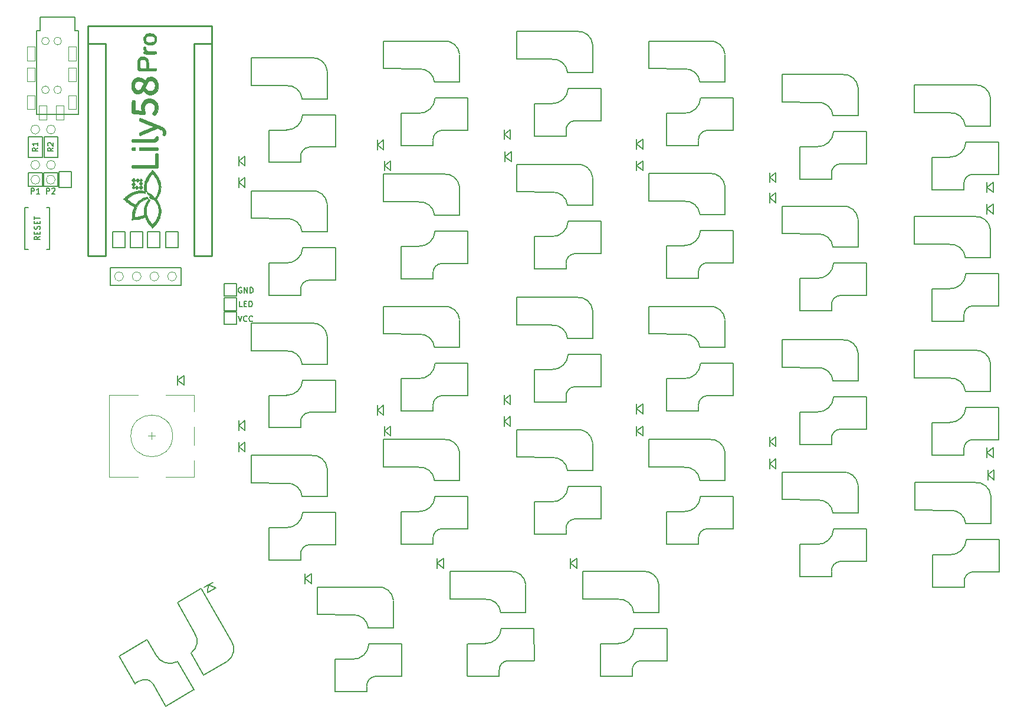
<source format=gbr>
G04 #@! TF.GenerationSoftware,KiCad,Pcbnew,(5.1.12)-1*
G04 #@! TF.CreationDate,2021-12-11T09:13:36+00:00*
G04 #@! TF.ProjectId,Lily58_Pro,4c696c79-3538-45f5-9072-6f2e6b696361,rev?*
G04 #@! TF.SameCoordinates,Original*
G04 #@! TF.FileFunction,Legend,Top*
G04 #@! TF.FilePolarity,Positive*
%FSLAX46Y46*%
G04 Gerber Fmt 4.6, Leading zero omitted, Abs format (unit mm)*
G04 Created by KiCad (PCBNEW (5.1.12)-1) date 2021-12-11 09:13:36*
%MOMM*%
%LPD*%
G01*
G04 APERTURE LIST*
%ADD10C,0.010000*%
%ADD11C,0.150000*%
%ADD12C,0.120000*%
%ADD13C,0.250000*%
%ADD14C,0.100000*%
G04 APERTURE END LIST*
D10*
G36*
X99583169Y-51983192D02*
G01*
X99593613Y-51919528D01*
X99604881Y-51892293D01*
X99650414Y-51862507D01*
X99723177Y-51858595D01*
X99821245Y-51880417D01*
X99913766Y-51915082D01*
X99989549Y-51947101D01*
X100088564Y-51988474D01*
X100197856Y-52033807D01*
X100302308Y-52076820D01*
X100410743Y-52121327D01*
X100523193Y-52167559D01*
X100626061Y-52209921D01*
X100702847Y-52241618D01*
X100769578Y-52269121D01*
X100864104Y-52307940D01*
X100978034Y-52354636D01*
X101102978Y-52405773D01*
X101230546Y-52457910D01*
X101249924Y-52465822D01*
X101428316Y-52538680D01*
X101574478Y-52598431D01*
X101692372Y-52646708D01*
X101785957Y-52685144D01*
X101859195Y-52715370D01*
X101916046Y-52739019D01*
X101960472Y-52757724D01*
X101996434Y-52773115D01*
X102011924Y-52779837D01*
X102067794Y-52803456D01*
X102145176Y-52835241D01*
X102229199Y-52869099D01*
X102246385Y-52875937D01*
X102445617Y-52955886D01*
X102611967Y-53024815D01*
X102749400Y-53084712D01*
X102861884Y-53137568D01*
X102953383Y-53185372D01*
X103027863Y-53230113D01*
X103089291Y-53273780D01*
X103141632Y-53318363D01*
X103156295Y-53332350D01*
X103265621Y-53463930D01*
X103345052Y-53612611D01*
X103392457Y-53771650D01*
X103405708Y-53934304D01*
X103388858Y-54068923D01*
X103349328Y-54203075D01*
X103300423Y-54299778D01*
X103242279Y-54358843D01*
X103175029Y-54380081D01*
X103167527Y-54380111D01*
X103084894Y-54361599D01*
X103009303Y-54316117D01*
X102959540Y-54258077D01*
X102945007Y-54226795D01*
X102941691Y-54195377D01*
X102950568Y-54151944D01*
X102972618Y-54084621D01*
X102974194Y-54080098D01*
X103004155Y-53982051D01*
X103015315Y-53905741D01*
X103007945Y-53838797D01*
X102982312Y-53768848D01*
X102981034Y-53766077D01*
X102936268Y-53690884D01*
X102872576Y-53621590D01*
X102785714Y-53555219D01*
X102671438Y-53488794D01*
X102525505Y-53419339D01*
X102426887Y-53377399D01*
X102341227Y-53342459D01*
X102282708Y-53320885D01*
X102242291Y-53311274D01*
X102210939Y-53312221D01*
X102179615Y-53322321D01*
X102151646Y-53334635D01*
X102109135Y-53353280D01*
X102040518Y-53382838D01*
X101955703Y-53419060D01*
X101875154Y-53453232D01*
X101783385Y-53492068D01*
X101698159Y-53528187D01*
X101629736Y-53557237D01*
X101591847Y-53573380D01*
X101558729Y-53587540D01*
X101528378Y-53600461D01*
X101494836Y-53614645D01*
X101452145Y-53632595D01*
X101394346Y-53656813D01*
X101315482Y-53689802D01*
X101209593Y-53734063D01*
X101142462Y-53762119D01*
X101015175Y-53815361D01*
X100878098Y-53872779D01*
X100736313Y-53932236D01*
X100594902Y-53991596D01*
X100458945Y-54048722D01*
X100333525Y-54101479D01*
X100223722Y-54147730D01*
X100134619Y-54185339D01*
X100071296Y-54212170D01*
X100038836Y-54226086D01*
X100038539Y-54226217D01*
X99927230Y-54274433D01*
X99844561Y-54307888D01*
X99784007Y-54328857D01*
X99739043Y-54339619D01*
X99705349Y-54342462D01*
X99649064Y-54335966D01*
X99611865Y-54312500D01*
X99590256Y-54266098D01*
X99580743Y-54190794D01*
X99579385Y-54127474D01*
X99580264Y-54049638D01*
X99584807Y-54000738D01*
X99595874Y-53970639D01*
X99616326Y-53949207D01*
X99633116Y-53937096D01*
X99676339Y-53912484D01*
X99743393Y-53879808D01*
X99821671Y-53845126D01*
X99843154Y-53836180D01*
X99928271Y-53801226D01*
X100011734Y-53766889D01*
X100077829Y-53739636D01*
X100087385Y-53735685D01*
X100148521Y-53710826D01*
X100230197Y-53678186D01*
X100316518Y-53644108D01*
X100331616Y-53638197D01*
X100408219Y-53608109D01*
X100474563Y-53581807D01*
X100519315Y-53563789D01*
X100527000Y-53560602D01*
X100592135Y-53533508D01*
X100682811Y-53496295D01*
X100788285Y-53453345D01*
X100897811Y-53409041D01*
X100956847Y-53385298D01*
X101056382Y-53345102D01*
X101168074Y-53299600D01*
X101268013Y-53258535D01*
X101269462Y-53257936D01*
X101360280Y-53220842D01*
X101455081Y-53182872D01*
X101535031Y-53151561D01*
X101543000Y-53148507D01*
X101626133Y-53114689D01*
X101673536Y-53090495D01*
X101684566Y-53076325D01*
X101664802Y-53072462D01*
X101625154Y-53065101D01*
X101572560Y-53047194D01*
X101568086Y-53045335D01*
X101469930Y-53004771D01*
X101357955Y-52959895D01*
X101254064Y-52919452D01*
X101230385Y-52910481D01*
X101163480Y-52884783D01*
X101075652Y-52850306D01*
X100979349Y-52812014D01*
X100887022Y-52774877D01*
X100811117Y-52743859D01*
X100778280Y-52730101D01*
X100742841Y-52715550D01*
X100677071Y-52689089D01*
X100586997Y-52653120D01*
X100478650Y-52610049D01*
X100358059Y-52562279D01*
X100289819Y-52535316D01*
X100122091Y-52469077D01*
X99986903Y-52415546D01*
X99880446Y-52373089D01*
X99798908Y-52340072D01*
X99738480Y-52314862D01*
X99695352Y-52295826D01*
X99665714Y-52281329D01*
X99645755Y-52269739D01*
X99631665Y-52259421D01*
X99619635Y-52248744D01*
X99618147Y-52247359D01*
X99597050Y-52220421D01*
X99585115Y-52181879D01*
X99580063Y-52121246D01*
X99579385Y-52069204D01*
X99583169Y-51983192D01*
G37*
X99583169Y-51983192D02*
X99593613Y-51919528D01*
X99604881Y-51892293D01*
X99650414Y-51862507D01*
X99723177Y-51858595D01*
X99821245Y-51880417D01*
X99913766Y-51915082D01*
X99989549Y-51947101D01*
X100088564Y-51988474D01*
X100197856Y-52033807D01*
X100302308Y-52076820D01*
X100410743Y-52121327D01*
X100523193Y-52167559D01*
X100626061Y-52209921D01*
X100702847Y-52241618D01*
X100769578Y-52269121D01*
X100864104Y-52307940D01*
X100978034Y-52354636D01*
X101102978Y-52405773D01*
X101230546Y-52457910D01*
X101249924Y-52465822D01*
X101428316Y-52538680D01*
X101574478Y-52598431D01*
X101692372Y-52646708D01*
X101785957Y-52685144D01*
X101859195Y-52715370D01*
X101916046Y-52739019D01*
X101960472Y-52757724D01*
X101996434Y-52773115D01*
X102011924Y-52779837D01*
X102067794Y-52803456D01*
X102145176Y-52835241D01*
X102229199Y-52869099D01*
X102246385Y-52875937D01*
X102445617Y-52955886D01*
X102611967Y-53024815D01*
X102749400Y-53084712D01*
X102861884Y-53137568D01*
X102953383Y-53185372D01*
X103027863Y-53230113D01*
X103089291Y-53273780D01*
X103141632Y-53318363D01*
X103156295Y-53332350D01*
X103265621Y-53463930D01*
X103345052Y-53612611D01*
X103392457Y-53771650D01*
X103405708Y-53934304D01*
X103388858Y-54068923D01*
X103349328Y-54203075D01*
X103300423Y-54299778D01*
X103242279Y-54358843D01*
X103175029Y-54380081D01*
X103167527Y-54380111D01*
X103084894Y-54361599D01*
X103009303Y-54316117D01*
X102959540Y-54258077D01*
X102945007Y-54226795D01*
X102941691Y-54195377D01*
X102950568Y-54151944D01*
X102972618Y-54084621D01*
X102974194Y-54080098D01*
X103004155Y-53982051D01*
X103015315Y-53905741D01*
X103007945Y-53838797D01*
X102982312Y-53768848D01*
X102981034Y-53766077D01*
X102936268Y-53690884D01*
X102872576Y-53621590D01*
X102785714Y-53555219D01*
X102671438Y-53488794D01*
X102525505Y-53419339D01*
X102426887Y-53377399D01*
X102341227Y-53342459D01*
X102282708Y-53320885D01*
X102242291Y-53311274D01*
X102210939Y-53312221D01*
X102179615Y-53322321D01*
X102151646Y-53334635D01*
X102109135Y-53353280D01*
X102040518Y-53382838D01*
X101955703Y-53419060D01*
X101875154Y-53453232D01*
X101783385Y-53492068D01*
X101698159Y-53528187D01*
X101629736Y-53557237D01*
X101591847Y-53573380D01*
X101558729Y-53587540D01*
X101528378Y-53600461D01*
X101494836Y-53614645D01*
X101452145Y-53632595D01*
X101394346Y-53656813D01*
X101315482Y-53689802D01*
X101209593Y-53734063D01*
X101142462Y-53762119D01*
X101015175Y-53815361D01*
X100878098Y-53872779D01*
X100736313Y-53932236D01*
X100594902Y-53991596D01*
X100458945Y-54048722D01*
X100333525Y-54101479D01*
X100223722Y-54147730D01*
X100134619Y-54185339D01*
X100071296Y-54212170D01*
X100038836Y-54226086D01*
X100038539Y-54226217D01*
X99927230Y-54274433D01*
X99844561Y-54307888D01*
X99784007Y-54328857D01*
X99739043Y-54339619D01*
X99705349Y-54342462D01*
X99649064Y-54335966D01*
X99611865Y-54312500D01*
X99590256Y-54266098D01*
X99580743Y-54190794D01*
X99579385Y-54127474D01*
X99580264Y-54049638D01*
X99584807Y-54000738D01*
X99595874Y-53970639D01*
X99616326Y-53949207D01*
X99633116Y-53937096D01*
X99676339Y-53912484D01*
X99743393Y-53879808D01*
X99821671Y-53845126D01*
X99843154Y-53836180D01*
X99928271Y-53801226D01*
X100011734Y-53766889D01*
X100077829Y-53739636D01*
X100087385Y-53735685D01*
X100148521Y-53710826D01*
X100230197Y-53678186D01*
X100316518Y-53644108D01*
X100331616Y-53638197D01*
X100408219Y-53608109D01*
X100474563Y-53581807D01*
X100519315Y-53563789D01*
X100527000Y-53560602D01*
X100592135Y-53533508D01*
X100682811Y-53496295D01*
X100788285Y-53453345D01*
X100897811Y-53409041D01*
X100956847Y-53385298D01*
X101056382Y-53345102D01*
X101168074Y-53299600D01*
X101268013Y-53258535D01*
X101269462Y-53257936D01*
X101360280Y-53220842D01*
X101455081Y-53182872D01*
X101535031Y-53151561D01*
X101543000Y-53148507D01*
X101626133Y-53114689D01*
X101673536Y-53090495D01*
X101684566Y-53076325D01*
X101664802Y-53072462D01*
X101625154Y-53065101D01*
X101572560Y-53047194D01*
X101568086Y-53045335D01*
X101469930Y-53004771D01*
X101357955Y-52959895D01*
X101254064Y-52919452D01*
X101230385Y-52910481D01*
X101163480Y-52884783D01*
X101075652Y-52850306D01*
X100979349Y-52812014D01*
X100887022Y-52774877D01*
X100811117Y-52743859D01*
X100778280Y-52730101D01*
X100742841Y-52715550D01*
X100677071Y-52689089D01*
X100586997Y-52653120D01*
X100478650Y-52610049D01*
X100358059Y-52562279D01*
X100289819Y-52535316D01*
X100122091Y-52469077D01*
X99986903Y-52415546D01*
X99880446Y-52373089D01*
X99798908Y-52340072D01*
X99738480Y-52314862D01*
X99695352Y-52295826D01*
X99665714Y-52281329D01*
X99645755Y-52269739D01*
X99631665Y-52259421D01*
X99619635Y-52248744D01*
X99618147Y-52247359D01*
X99597050Y-52220421D01*
X99585115Y-52181879D01*
X99580063Y-52121246D01*
X99579385Y-52069204D01*
X99583169Y-51983192D01*
G36*
X97346259Y-63456226D02*
G01*
X97383468Y-63413049D01*
X97437819Y-63358198D01*
X97481457Y-63317656D01*
X97547746Y-63257772D01*
X97605808Y-63204870D01*
X97647699Y-63166212D01*
X97662187Y-63152462D01*
X97691096Y-63127630D01*
X97742836Y-63086369D01*
X97808806Y-63035464D01*
X97850231Y-63004168D01*
X98118961Y-62814543D01*
X98378003Y-62656892D01*
X98634256Y-62527804D01*
X98894620Y-62423872D01*
X99165995Y-62341687D01*
X99217555Y-62328693D01*
X99337167Y-62306758D01*
X99481645Y-62291716D01*
X99640364Y-62283645D01*
X99802697Y-62282624D01*
X99958018Y-62288730D01*
X100095701Y-62302042D01*
X100200656Y-62321477D01*
X100269797Y-62338026D01*
X100322557Y-62348566D01*
X100349128Y-62351183D01*
X100350359Y-62350678D01*
X100349979Y-62329689D01*
X100343288Y-62278798D01*
X100331512Y-62206445D01*
X100320996Y-62148077D01*
X100286242Y-61856358D01*
X100289280Y-61558743D01*
X100329775Y-61257906D01*
X100407391Y-60956519D01*
X100502162Y-60702231D01*
X100540859Y-60617900D01*
X100592929Y-60512984D01*
X100651832Y-60399904D01*
X100711024Y-60291080D01*
X100763964Y-60198932D01*
X100786866Y-60161705D01*
X100830194Y-60095208D01*
X100878344Y-60023514D01*
X100925217Y-59955443D01*
X100964717Y-59899815D01*
X100990746Y-59865449D01*
X100994992Y-59860631D01*
X101019672Y-59832258D01*
X101055195Y-59788227D01*
X101064308Y-59776543D01*
X101115065Y-59714068D01*
X101184867Y-59632385D01*
X101265778Y-59540556D01*
X101349862Y-59447639D01*
X101396462Y-59397349D01*
X101484385Y-59303428D01*
X101558673Y-59373633D01*
X101676690Y-59493061D01*
X101804411Y-59635791D01*
X101932840Y-59790814D01*
X102052979Y-59947119D01*
X102155832Y-60093699D01*
X102187770Y-60143370D01*
X102209856Y-60178580D01*
X102242519Y-60230444D01*
X102256654Y-60252846D01*
X102312950Y-60350360D01*
X102375826Y-60472827D01*
X102439661Y-60608081D01*
X102498834Y-60743952D01*
X102547723Y-60868271D01*
X102568065Y-60926923D01*
X102647752Y-61215863D01*
X102693671Y-61491679D01*
X102705816Y-61760920D01*
X102684180Y-62030140D01*
X102628755Y-62305890D01*
X102566466Y-62516551D01*
X102529204Y-62618413D01*
X102480555Y-62736526D01*
X102425109Y-62861050D01*
X102367453Y-62982149D01*
X102312178Y-63089984D01*
X102263872Y-63174718D01*
X102248077Y-63199137D01*
X102217893Y-63245601D01*
X102199824Y-63277634D01*
X102197539Y-63284240D01*
X102188018Y-63302888D01*
X102157991Y-63344019D01*
X102105261Y-63410576D01*
X102080014Y-63441676D01*
X102067843Y-63458261D01*
X102064363Y-63474911D01*
X102072584Y-63499033D01*
X102095519Y-63538036D01*
X102136179Y-63599326D01*
X102156078Y-63628780D01*
X102331013Y-63915020D01*
X102473772Y-64207384D01*
X102583171Y-64502322D01*
X102658024Y-64796280D01*
X102697146Y-65085707D01*
X102702878Y-65267531D01*
X102701173Y-65365280D01*
X102698502Y-65452630D01*
X102695234Y-65519987D01*
X102691773Y-65557539D01*
X102654157Y-65736485D01*
X102602328Y-65928141D01*
X102540813Y-66118024D01*
X102474134Y-66291653D01*
X102435381Y-66378154D01*
X102376177Y-66495226D01*
X102307033Y-66621393D01*
X102232948Y-66748425D01*
X102158921Y-66868087D01*
X102089950Y-66972148D01*
X102031035Y-67052375D01*
X102012265Y-67074967D01*
X101987203Y-67105559D01*
X101953044Y-67149321D01*
X101950142Y-67153120D01*
X101875807Y-67247534D01*
X101797072Y-67342211D01*
X101718500Y-67432222D01*
X101644653Y-67512639D01*
X101580091Y-67578530D01*
X101529378Y-67624967D01*
X101497074Y-67647020D01*
X101494022Y-67647707D01*
X101494022Y-67110846D01*
X101592905Y-67003385D01*
X101649544Y-66937386D01*
X101720153Y-66848590D01*
X101797352Y-66746930D01*
X101873764Y-66642341D01*
X101942010Y-66544755D01*
X101994714Y-66464105D01*
X102000486Y-66454641D01*
X102052315Y-66361968D01*
X102110843Y-66246636D01*
X102170803Y-66120095D01*
X102226928Y-65993796D01*
X102273952Y-65879187D01*
X102305261Y-65792000D01*
X102342918Y-65652628D01*
X102374763Y-65494978D01*
X102397858Y-65336362D01*
X102409263Y-65194089D01*
X102409758Y-65176539D01*
X102407746Y-65113454D01*
X102400692Y-65026323D01*
X102389887Y-64929657D01*
X102383652Y-64883462D01*
X102341455Y-64665458D01*
X102276721Y-64449383D01*
X102186767Y-64228144D01*
X102068909Y-63994652D01*
X102003649Y-63879577D01*
X101919191Y-63747239D01*
X101837891Y-63648174D01*
X101835231Y-63645947D01*
X101835231Y-63310616D01*
X101860029Y-63294115D01*
X101898648Y-63248424D01*
X101947349Y-63179263D01*
X102002392Y-63092350D01*
X102060035Y-62993403D01*
X102116539Y-62888141D01*
X102133537Y-62854524D01*
X102229189Y-62646466D01*
X102300818Y-62451956D01*
X102352802Y-62257699D01*
X102382306Y-62099231D01*
X102399989Y-61969240D01*
X102408175Y-61857230D01*
X102406899Y-61748002D01*
X102396192Y-61626358D01*
X102383562Y-61528928D01*
X102333944Y-61286220D01*
X102253054Y-61033380D01*
X102143964Y-60778926D01*
X102046982Y-60594769D01*
X101989634Y-60499870D01*
X101922045Y-60396884D01*
X101848112Y-60290843D01*
X101771730Y-60186778D01*
X101696796Y-60089721D01*
X101627205Y-60004704D01*
X101566853Y-59936756D01*
X101519636Y-59890910D01*
X101489451Y-59872197D01*
X101487319Y-59872011D01*
X101462930Y-59887498D01*
X101420834Y-59930254D01*
X101365000Y-59995031D01*
X101299395Y-60076583D01*
X101227987Y-60169663D01*
X101154745Y-60269024D01*
X101083635Y-60369419D01*
X101018625Y-60465601D01*
X100963684Y-60552324D01*
X100933369Y-60604539D01*
X100840275Y-60781989D01*
X100766613Y-60943155D01*
X100706801Y-61101772D01*
X100655257Y-61271578D01*
X100641759Y-61322182D01*
X100601751Y-61533177D01*
X100585011Y-61759895D01*
X100591640Y-61988118D01*
X100621737Y-62203624D01*
X100635166Y-62262906D01*
X100683308Y-62455889D01*
X100868924Y-62548044D01*
X101074511Y-62654607D01*
X101245530Y-62753594D01*
X101385174Y-62847493D01*
X101496634Y-62938790D01*
X101583102Y-63029973D01*
X101647769Y-63123529D01*
X101674822Y-63176073D01*
X101725049Y-63255323D01*
X101786079Y-63300601D01*
X101835231Y-63310616D01*
X101835231Y-63645947D01*
X101753705Y-63577673D01*
X101660589Y-63531029D01*
X101552500Y-63503538D01*
X101513693Y-63498008D01*
X101387725Y-63476190D01*
X101289435Y-63443039D01*
X101208185Y-63394914D01*
X101204672Y-63392272D01*
X101158596Y-63350542D01*
X101109610Y-63295634D01*
X101063634Y-63235845D01*
X101026591Y-63179469D01*
X101004398Y-63134802D01*
X101002978Y-63110139D01*
X101003172Y-63109936D01*
X101030230Y-63102090D01*
X101084791Y-63098066D01*
X101155397Y-63098668D01*
X101160266Y-63098887D01*
X101231071Y-63101359D01*
X101268476Y-63099666D01*
X101278030Y-63092781D01*
X101265284Y-63079679D01*
X101265060Y-63079512D01*
X101227427Y-63054017D01*
X101170203Y-63018249D01*
X101102011Y-62977239D01*
X101031476Y-62936018D01*
X100967221Y-62899616D01*
X100917869Y-62873064D01*
X100892044Y-62861393D01*
X100890891Y-62861231D01*
X100861617Y-62844242D01*
X100824604Y-62799166D01*
X100784912Y-62734835D01*
X100747600Y-62660084D01*
X100717727Y-62583746D01*
X100704203Y-62535252D01*
X100693772Y-62504495D01*
X100672897Y-62481344D01*
X100633189Y-62460130D01*
X100566259Y-62435186D01*
X100545754Y-62428197D01*
X100470383Y-62403482D01*
X100425029Y-62394640D01*
X100405411Y-62406556D01*
X100407249Y-62444119D01*
X100426264Y-62512216D01*
X100438288Y-62550921D01*
X100456897Y-62614195D01*
X100468513Y-62660635D01*
X100470643Y-62679870D01*
X100450459Y-62677568D01*
X100406362Y-62664873D01*
X100382349Y-62656743D01*
X100288601Y-62630046D01*
X100170301Y-62605560D01*
X100041975Y-62585585D01*
X99918148Y-62572421D01*
X99823616Y-62568295D01*
X99663009Y-62577459D01*
X99483200Y-62603206D01*
X99299050Y-62642971D01*
X99159308Y-62682923D01*
X98935109Y-62766244D01*
X98712816Y-62871963D01*
X98488045Y-63002760D01*
X98256412Y-63161316D01*
X98013535Y-63350311D01*
X97869933Y-63471347D01*
X97863154Y-63493158D01*
X97872658Y-63501929D01*
X97897418Y-63520810D01*
X97942490Y-63557949D01*
X97998801Y-63605849D01*
X98007613Y-63613462D01*
X98213679Y-63777239D01*
X98443991Y-63934778D01*
X98683872Y-64076346D01*
X98786481Y-64129973D01*
X98880861Y-64176103D01*
X98963253Y-64214176D01*
X99027286Y-64241422D01*
X99066589Y-64255068D01*
X99075465Y-64255710D01*
X99095313Y-64234016D01*
X99126158Y-64191059D01*
X99142435Y-64166086D01*
X99229418Y-64047617D01*
X99343551Y-63920908D01*
X99476302Y-63793659D01*
X99619144Y-63673569D01*
X99763545Y-63568336D01*
X99889502Y-63491768D01*
X100089004Y-63390863D01*
X100285217Y-63304377D01*
X100468313Y-63236420D01*
X100580840Y-63202749D01*
X100650758Y-63185088D01*
X100693829Y-63177920D01*
X100720858Y-63181278D01*
X100742648Y-63195192D01*
X100751802Y-63203253D01*
X100780904Y-63235758D01*
X100790770Y-63256831D01*
X100801862Y-63283720D01*
X100828643Y-63323287D01*
X100829580Y-63324484D01*
X100853853Y-63362534D01*
X100859817Y-63387558D01*
X100859418Y-63388343D01*
X100837264Y-63400667D01*
X100788199Y-63418612D01*
X100727800Y-63436867D01*
X100484011Y-63517490D01*
X100243171Y-63621629D01*
X100019733Y-63742698D01*
X99928548Y-63801060D01*
X99872474Y-63843643D01*
X99800217Y-63904971D01*
X99720433Y-63976964D01*
X99641777Y-64051540D01*
X99572907Y-64120617D01*
X99522479Y-64176115D01*
X99510192Y-64191637D01*
X99349352Y-64439220D01*
X99211613Y-64713386D01*
X99099200Y-65007687D01*
X99014335Y-65315675D01*
X98959241Y-65630901D01*
X98939936Y-65845731D01*
X98929004Y-66046000D01*
X99053925Y-66045996D01*
X99187522Y-66038891D01*
X99347428Y-66018936D01*
X99523820Y-65988165D01*
X99706875Y-65948612D01*
X99886771Y-65902309D01*
X100053684Y-65851289D01*
X100136407Y-65821949D01*
X100224142Y-65788853D01*
X100281183Y-65764148D01*
X100312939Y-65741277D01*
X100324821Y-65713679D01*
X100322239Y-65674797D01*
X100310602Y-65618072D01*
X100309375Y-65612246D01*
X100287175Y-65447754D01*
X100282369Y-65258275D01*
X100294115Y-65053381D01*
X100321567Y-64842646D01*
X100363883Y-64635641D01*
X100409805Y-64473154D01*
X100449255Y-64366230D01*
X100504322Y-64236960D01*
X100569778Y-64096052D01*
X100640394Y-63954213D01*
X100710943Y-63822150D01*
X100776195Y-63710570D01*
X100800973Y-63672077D01*
X100856008Y-63590157D01*
X100894801Y-63536833D01*
X100923379Y-63508590D01*
X100947766Y-63501912D01*
X100973991Y-63513284D01*
X101008078Y-63539191D01*
X101016824Y-63546168D01*
X101066849Y-63584759D01*
X101107127Y-63613801D01*
X101119633Y-63621771D01*
X101127630Y-63637873D01*
X101116220Y-63670749D01*
X101083095Y-63725695D01*
X101058662Y-63761669D01*
X101008880Y-63839245D01*
X100949299Y-63941003D01*
X100886157Y-64055491D01*
X100825696Y-64171258D01*
X100774155Y-64276853D01*
X100755687Y-64317653D01*
X100720225Y-64411700D01*
X100683371Y-64531435D01*
X100648484Y-64663761D01*
X100618925Y-64795580D01*
X100598055Y-64913795D01*
X100593308Y-64950567D01*
X100581343Y-65179964D01*
X100598588Y-65408223D01*
X100646016Y-65646743D01*
X100655909Y-65684539D01*
X100683760Y-65779063D01*
X100718640Y-65884375D01*
X100757180Y-65991582D01*
X100796010Y-66091791D01*
X100831757Y-66176109D01*
X100861053Y-66235641D01*
X100870651Y-66251154D01*
X100887114Y-66278186D01*
X100915036Y-66327197D01*
X100937837Y-66368385D01*
X100990021Y-66455926D01*
X101060262Y-66562948D01*
X101141227Y-66679225D01*
X101225582Y-66794534D01*
X101305997Y-66898649D01*
X101375137Y-66981346D01*
X101386230Y-66993616D01*
X101494022Y-67110846D01*
X101494022Y-67647707D01*
X101492040Y-67648154D01*
X101464331Y-67633280D01*
X101417169Y-67591719D01*
X101354521Y-67528064D01*
X101280355Y-67446907D01*
X101198641Y-67352842D01*
X101113346Y-67250460D01*
X101028440Y-67144354D01*
X100947889Y-67039116D01*
X100875664Y-66939340D01*
X100860031Y-66916747D01*
X100799146Y-66822896D01*
X100732986Y-66712582D01*
X100665617Y-66593476D01*
X100601108Y-66473251D01*
X100543525Y-66359577D01*
X100496935Y-66260126D01*
X100465406Y-66182570D01*
X100457264Y-66157037D01*
X100441779Y-66109529D01*
X100422835Y-66091157D01*
X100388309Y-66092955D01*
X100374472Y-66095793D01*
X100325078Y-66108980D01*
X100292843Y-66122209D01*
X100292539Y-66122412D01*
X100255224Y-66141418D01*
X100190885Y-66168156D01*
X100109813Y-66198757D01*
X100022298Y-66229350D01*
X99938632Y-66256067D01*
X99931077Y-66258317D01*
X99703405Y-66319500D01*
X99481165Y-66365794D01*
X99252265Y-66399102D01*
X99004612Y-66421327D01*
X98838612Y-66430279D01*
X98537455Y-66443147D01*
X98550375Y-66112689D01*
X98572486Y-65800371D01*
X98613167Y-65497423D01*
X98662479Y-65251478D01*
X98682839Y-65175398D01*
X98711923Y-65079439D01*
X98746235Y-64973891D01*
X98782279Y-64869041D01*
X98816559Y-64775179D01*
X98845577Y-64702592D01*
X98858666Y-64674202D01*
X98882050Y-64621904D01*
X98894767Y-64581159D01*
X98895539Y-64574007D01*
X98878050Y-64552546D01*
X98830896Y-64525314D01*
X98773424Y-64501172D01*
X98704991Y-64473246D01*
X98619865Y-64434671D01*
X98526775Y-64389857D01*
X98434448Y-64343213D01*
X98351615Y-64299152D01*
X98287003Y-64262082D01*
X98249342Y-64236414D01*
X98249231Y-64236317D01*
X98217338Y-64214265D01*
X98202866Y-64209385D01*
X98177764Y-64197804D01*
X98127555Y-64165646D01*
X98057613Y-64116789D01*
X97973311Y-64055109D01*
X97880022Y-63984486D01*
X97783118Y-63908796D01*
X97752539Y-63884392D01*
X97642370Y-63793639D01*
X97542924Y-63707224D01*
X97458208Y-63628997D01*
X97392229Y-63562806D01*
X97348995Y-63512502D01*
X97332513Y-63481933D01*
X97332462Y-63480858D01*
X97346259Y-63456226D01*
G37*
X97346259Y-63456226D02*
X97383468Y-63413049D01*
X97437819Y-63358198D01*
X97481457Y-63317656D01*
X97547746Y-63257772D01*
X97605808Y-63204870D01*
X97647699Y-63166212D01*
X97662187Y-63152462D01*
X97691096Y-63127630D01*
X97742836Y-63086369D01*
X97808806Y-63035464D01*
X97850231Y-63004168D01*
X98118961Y-62814543D01*
X98378003Y-62656892D01*
X98634256Y-62527804D01*
X98894620Y-62423872D01*
X99165995Y-62341687D01*
X99217555Y-62328693D01*
X99337167Y-62306758D01*
X99481645Y-62291716D01*
X99640364Y-62283645D01*
X99802697Y-62282624D01*
X99958018Y-62288730D01*
X100095701Y-62302042D01*
X100200656Y-62321477D01*
X100269797Y-62338026D01*
X100322557Y-62348566D01*
X100349128Y-62351183D01*
X100350359Y-62350678D01*
X100349979Y-62329689D01*
X100343288Y-62278798D01*
X100331512Y-62206445D01*
X100320996Y-62148077D01*
X100286242Y-61856358D01*
X100289280Y-61558743D01*
X100329775Y-61257906D01*
X100407391Y-60956519D01*
X100502162Y-60702231D01*
X100540859Y-60617900D01*
X100592929Y-60512984D01*
X100651832Y-60399904D01*
X100711024Y-60291080D01*
X100763964Y-60198932D01*
X100786866Y-60161705D01*
X100830194Y-60095208D01*
X100878344Y-60023514D01*
X100925217Y-59955443D01*
X100964717Y-59899815D01*
X100990746Y-59865449D01*
X100994992Y-59860631D01*
X101019672Y-59832258D01*
X101055195Y-59788227D01*
X101064308Y-59776543D01*
X101115065Y-59714068D01*
X101184867Y-59632385D01*
X101265778Y-59540556D01*
X101349862Y-59447639D01*
X101396462Y-59397349D01*
X101484385Y-59303428D01*
X101558673Y-59373633D01*
X101676690Y-59493061D01*
X101804411Y-59635791D01*
X101932840Y-59790814D01*
X102052979Y-59947119D01*
X102155832Y-60093699D01*
X102187770Y-60143370D01*
X102209856Y-60178580D01*
X102242519Y-60230444D01*
X102256654Y-60252846D01*
X102312950Y-60350360D01*
X102375826Y-60472827D01*
X102439661Y-60608081D01*
X102498834Y-60743952D01*
X102547723Y-60868271D01*
X102568065Y-60926923D01*
X102647752Y-61215863D01*
X102693671Y-61491679D01*
X102705816Y-61760920D01*
X102684180Y-62030140D01*
X102628755Y-62305890D01*
X102566466Y-62516551D01*
X102529204Y-62618413D01*
X102480555Y-62736526D01*
X102425109Y-62861050D01*
X102367453Y-62982149D01*
X102312178Y-63089984D01*
X102263872Y-63174718D01*
X102248077Y-63199137D01*
X102217893Y-63245601D01*
X102199824Y-63277634D01*
X102197539Y-63284240D01*
X102188018Y-63302888D01*
X102157991Y-63344019D01*
X102105261Y-63410576D01*
X102080014Y-63441676D01*
X102067843Y-63458261D01*
X102064363Y-63474911D01*
X102072584Y-63499033D01*
X102095519Y-63538036D01*
X102136179Y-63599326D01*
X102156078Y-63628780D01*
X102331013Y-63915020D01*
X102473772Y-64207384D01*
X102583171Y-64502322D01*
X102658024Y-64796280D01*
X102697146Y-65085707D01*
X102702878Y-65267531D01*
X102701173Y-65365280D01*
X102698502Y-65452630D01*
X102695234Y-65519987D01*
X102691773Y-65557539D01*
X102654157Y-65736485D01*
X102602328Y-65928141D01*
X102540813Y-66118024D01*
X102474134Y-66291653D01*
X102435381Y-66378154D01*
X102376177Y-66495226D01*
X102307033Y-66621393D01*
X102232948Y-66748425D01*
X102158921Y-66868087D01*
X102089950Y-66972148D01*
X102031035Y-67052375D01*
X102012265Y-67074967D01*
X101987203Y-67105559D01*
X101953044Y-67149321D01*
X101950142Y-67153120D01*
X101875807Y-67247534D01*
X101797072Y-67342211D01*
X101718500Y-67432222D01*
X101644653Y-67512639D01*
X101580091Y-67578530D01*
X101529378Y-67624967D01*
X101497074Y-67647020D01*
X101494022Y-67647707D01*
X101494022Y-67110846D01*
X101592905Y-67003385D01*
X101649544Y-66937386D01*
X101720153Y-66848590D01*
X101797352Y-66746930D01*
X101873764Y-66642341D01*
X101942010Y-66544755D01*
X101994714Y-66464105D01*
X102000486Y-66454641D01*
X102052315Y-66361968D01*
X102110843Y-66246636D01*
X102170803Y-66120095D01*
X102226928Y-65993796D01*
X102273952Y-65879187D01*
X102305261Y-65792000D01*
X102342918Y-65652628D01*
X102374763Y-65494978D01*
X102397858Y-65336362D01*
X102409263Y-65194089D01*
X102409758Y-65176539D01*
X102407746Y-65113454D01*
X102400692Y-65026323D01*
X102389887Y-64929657D01*
X102383652Y-64883462D01*
X102341455Y-64665458D01*
X102276721Y-64449383D01*
X102186767Y-64228144D01*
X102068909Y-63994652D01*
X102003649Y-63879577D01*
X101919191Y-63747239D01*
X101837891Y-63648174D01*
X101835231Y-63645947D01*
X101835231Y-63310616D01*
X101860029Y-63294115D01*
X101898648Y-63248424D01*
X101947349Y-63179263D01*
X102002392Y-63092350D01*
X102060035Y-62993403D01*
X102116539Y-62888141D01*
X102133537Y-62854524D01*
X102229189Y-62646466D01*
X102300818Y-62451956D01*
X102352802Y-62257699D01*
X102382306Y-62099231D01*
X102399989Y-61969240D01*
X102408175Y-61857230D01*
X102406899Y-61748002D01*
X102396192Y-61626358D01*
X102383562Y-61528928D01*
X102333944Y-61286220D01*
X102253054Y-61033380D01*
X102143964Y-60778926D01*
X102046982Y-60594769D01*
X101989634Y-60499870D01*
X101922045Y-60396884D01*
X101848112Y-60290843D01*
X101771730Y-60186778D01*
X101696796Y-60089721D01*
X101627205Y-60004704D01*
X101566853Y-59936756D01*
X101519636Y-59890910D01*
X101489451Y-59872197D01*
X101487319Y-59872011D01*
X101462930Y-59887498D01*
X101420834Y-59930254D01*
X101365000Y-59995031D01*
X101299395Y-60076583D01*
X101227987Y-60169663D01*
X101154745Y-60269024D01*
X101083635Y-60369419D01*
X101018625Y-60465601D01*
X100963684Y-60552324D01*
X100933369Y-60604539D01*
X100840275Y-60781989D01*
X100766613Y-60943155D01*
X100706801Y-61101772D01*
X100655257Y-61271578D01*
X100641759Y-61322182D01*
X100601751Y-61533177D01*
X100585011Y-61759895D01*
X100591640Y-61988118D01*
X100621737Y-62203624D01*
X100635166Y-62262906D01*
X100683308Y-62455889D01*
X100868924Y-62548044D01*
X101074511Y-62654607D01*
X101245530Y-62753594D01*
X101385174Y-62847493D01*
X101496634Y-62938790D01*
X101583102Y-63029973D01*
X101647769Y-63123529D01*
X101674822Y-63176073D01*
X101725049Y-63255323D01*
X101786079Y-63300601D01*
X101835231Y-63310616D01*
X101835231Y-63645947D01*
X101753705Y-63577673D01*
X101660589Y-63531029D01*
X101552500Y-63503538D01*
X101513693Y-63498008D01*
X101387725Y-63476190D01*
X101289435Y-63443039D01*
X101208185Y-63394914D01*
X101204672Y-63392272D01*
X101158596Y-63350542D01*
X101109610Y-63295634D01*
X101063634Y-63235845D01*
X101026591Y-63179469D01*
X101004398Y-63134802D01*
X101002978Y-63110139D01*
X101003172Y-63109936D01*
X101030230Y-63102090D01*
X101084791Y-63098066D01*
X101155397Y-63098668D01*
X101160266Y-63098887D01*
X101231071Y-63101359D01*
X101268476Y-63099666D01*
X101278030Y-63092781D01*
X101265284Y-63079679D01*
X101265060Y-63079512D01*
X101227427Y-63054017D01*
X101170203Y-63018249D01*
X101102011Y-62977239D01*
X101031476Y-62936018D01*
X100967221Y-62899616D01*
X100917869Y-62873064D01*
X100892044Y-62861393D01*
X100890891Y-62861231D01*
X100861617Y-62844242D01*
X100824604Y-62799166D01*
X100784912Y-62734835D01*
X100747600Y-62660084D01*
X100717727Y-62583746D01*
X100704203Y-62535252D01*
X100693772Y-62504495D01*
X100672897Y-62481344D01*
X100633189Y-62460130D01*
X100566259Y-62435186D01*
X100545754Y-62428197D01*
X100470383Y-62403482D01*
X100425029Y-62394640D01*
X100405411Y-62406556D01*
X100407249Y-62444119D01*
X100426264Y-62512216D01*
X100438288Y-62550921D01*
X100456897Y-62614195D01*
X100468513Y-62660635D01*
X100470643Y-62679870D01*
X100450459Y-62677568D01*
X100406362Y-62664873D01*
X100382349Y-62656743D01*
X100288601Y-62630046D01*
X100170301Y-62605560D01*
X100041975Y-62585585D01*
X99918148Y-62572421D01*
X99823616Y-62568295D01*
X99663009Y-62577459D01*
X99483200Y-62603206D01*
X99299050Y-62642971D01*
X99159308Y-62682923D01*
X98935109Y-62766244D01*
X98712816Y-62871963D01*
X98488045Y-63002760D01*
X98256412Y-63161316D01*
X98013535Y-63350311D01*
X97869933Y-63471347D01*
X97863154Y-63493158D01*
X97872658Y-63501929D01*
X97897418Y-63520810D01*
X97942490Y-63557949D01*
X97998801Y-63605849D01*
X98007613Y-63613462D01*
X98213679Y-63777239D01*
X98443991Y-63934778D01*
X98683872Y-64076346D01*
X98786481Y-64129973D01*
X98880861Y-64176103D01*
X98963253Y-64214176D01*
X99027286Y-64241422D01*
X99066589Y-64255068D01*
X99075465Y-64255710D01*
X99095313Y-64234016D01*
X99126158Y-64191059D01*
X99142435Y-64166086D01*
X99229418Y-64047617D01*
X99343551Y-63920908D01*
X99476302Y-63793659D01*
X99619144Y-63673569D01*
X99763545Y-63568336D01*
X99889502Y-63491768D01*
X100089004Y-63390863D01*
X100285217Y-63304377D01*
X100468313Y-63236420D01*
X100580840Y-63202749D01*
X100650758Y-63185088D01*
X100693829Y-63177920D01*
X100720858Y-63181278D01*
X100742648Y-63195192D01*
X100751802Y-63203253D01*
X100780904Y-63235758D01*
X100790770Y-63256831D01*
X100801862Y-63283720D01*
X100828643Y-63323287D01*
X100829580Y-63324484D01*
X100853853Y-63362534D01*
X100859817Y-63387558D01*
X100859418Y-63388343D01*
X100837264Y-63400667D01*
X100788199Y-63418612D01*
X100727800Y-63436867D01*
X100484011Y-63517490D01*
X100243171Y-63621629D01*
X100019733Y-63742698D01*
X99928548Y-63801060D01*
X99872474Y-63843643D01*
X99800217Y-63904971D01*
X99720433Y-63976964D01*
X99641777Y-64051540D01*
X99572907Y-64120617D01*
X99522479Y-64176115D01*
X99510192Y-64191637D01*
X99349352Y-64439220D01*
X99211613Y-64713386D01*
X99099200Y-65007687D01*
X99014335Y-65315675D01*
X98959241Y-65630901D01*
X98939936Y-65845731D01*
X98929004Y-66046000D01*
X99053925Y-66045996D01*
X99187522Y-66038891D01*
X99347428Y-66018936D01*
X99523820Y-65988165D01*
X99706875Y-65948612D01*
X99886771Y-65902309D01*
X100053684Y-65851289D01*
X100136407Y-65821949D01*
X100224142Y-65788853D01*
X100281183Y-65764148D01*
X100312939Y-65741277D01*
X100324821Y-65713679D01*
X100322239Y-65674797D01*
X100310602Y-65618072D01*
X100309375Y-65612246D01*
X100287175Y-65447754D01*
X100282369Y-65258275D01*
X100294115Y-65053381D01*
X100321567Y-64842646D01*
X100363883Y-64635641D01*
X100409805Y-64473154D01*
X100449255Y-64366230D01*
X100504322Y-64236960D01*
X100569778Y-64096052D01*
X100640394Y-63954213D01*
X100710943Y-63822150D01*
X100776195Y-63710570D01*
X100800973Y-63672077D01*
X100856008Y-63590157D01*
X100894801Y-63536833D01*
X100923379Y-63508590D01*
X100947766Y-63501912D01*
X100973991Y-63513284D01*
X101008078Y-63539191D01*
X101016824Y-63546168D01*
X101066849Y-63584759D01*
X101107127Y-63613801D01*
X101119633Y-63621771D01*
X101127630Y-63637873D01*
X101116220Y-63670749D01*
X101083095Y-63725695D01*
X101058662Y-63761669D01*
X101008880Y-63839245D01*
X100949299Y-63941003D01*
X100886157Y-64055491D01*
X100825696Y-64171258D01*
X100774155Y-64276853D01*
X100755687Y-64317653D01*
X100720225Y-64411700D01*
X100683371Y-64531435D01*
X100648484Y-64663761D01*
X100618925Y-64795580D01*
X100598055Y-64913795D01*
X100593308Y-64950567D01*
X100581343Y-65179964D01*
X100598588Y-65408223D01*
X100646016Y-65646743D01*
X100655909Y-65684539D01*
X100683760Y-65779063D01*
X100718640Y-65884375D01*
X100757180Y-65991582D01*
X100796010Y-66091791D01*
X100831757Y-66176109D01*
X100861053Y-66235641D01*
X100870651Y-66251154D01*
X100887114Y-66278186D01*
X100915036Y-66327197D01*
X100937837Y-66368385D01*
X100990021Y-66455926D01*
X101060262Y-66562948D01*
X101141227Y-66679225D01*
X101225582Y-66794534D01*
X101305997Y-66898649D01*
X101375137Y-66981346D01*
X101386230Y-66993616D01*
X101494022Y-67110846D01*
X101494022Y-67647707D01*
X101492040Y-67648154D01*
X101464331Y-67633280D01*
X101417169Y-67591719D01*
X101354521Y-67528064D01*
X101280355Y-67446907D01*
X101198641Y-67352842D01*
X101113346Y-67250460D01*
X101028440Y-67144354D01*
X100947889Y-67039116D01*
X100875664Y-66939340D01*
X100860031Y-66916747D01*
X100799146Y-66822896D01*
X100732986Y-66712582D01*
X100665617Y-66593476D01*
X100601108Y-66473251D01*
X100543525Y-66359577D01*
X100496935Y-66260126D01*
X100465406Y-66182570D01*
X100457264Y-66157037D01*
X100441779Y-66109529D01*
X100422835Y-66091157D01*
X100388309Y-66092955D01*
X100374472Y-66095793D01*
X100325078Y-66108980D01*
X100292843Y-66122209D01*
X100292539Y-66122412D01*
X100255224Y-66141418D01*
X100190885Y-66168156D01*
X100109813Y-66198757D01*
X100022298Y-66229350D01*
X99938632Y-66256067D01*
X99931077Y-66258317D01*
X99703405Y-66319500D01*
X99481165Y-66365794D01*
X99252265Y-66399102D01*
X99004612Y-66421327D01*
X98838612Y-66430279D01*
X98537455Y-66443147D01*
X98550375Y-66112689D01*
X98572486Y-65800371D01*
X98613167Y-65497423D01*
X98662479Y-65251478D01*
X98682839Y-65175398D01*
X98711923Y-65079439D01*
X98746235Y-64973891D01*
X98782279Y-64869041D01*
X98816559Y-64775179D01*
X98845577Y-64702592D01*
X98858666Y-64674202D01*
X98882050Y-64621904D01*
X98894767Y-64581159D01*
X98895539Y-64574007D01*
X98878050Y-64552546D01*
X98830896Y-64525314D01*
X98773424Y-64501172D01*
X98704991Y-64473246D01*
X98619865Y-64434671D01*
X98526775Y-64389857D01*
X98434448Y-64343213D01*
X98351615Y-64299152D01*
X98287003Y-64262082D01*
X98249342Y-64236414D01*
X98249231Y-64236317D01*
X98217338Y-64214265D01*
X98202866Y-64209385D01*
X98177764Y-64197804D01*
X98127555Y-64165646D01*
X98057613Y-64116789D01*
X97973311Y-64055109D01*
X97880022Y-63984486D01*
X97783118Y-63908796D01*
X97752539Y-63884392D01*
X97642370Y-63793639D01*
X97542924Y-63707224D01*
X97458208Y-63628997D01*
X97392229Y-63562806D01*
X97348995Y-63512502D01*
X97332513Y-63481933D01*
X97332462Y-63480858D01*
X97346259Y-63456226D01*
G36*
X98544540Y-49696179D02*
G01*
X98547028Y-49577860D01*
X98551863Y-49485684D01*
X98559776Y-49416418D01*
X98571498Y-49366830D01*
X98587760Y-49333687D01*
X98609292Y-49313757D01*
X98636826Y-49303808D01*
X98671093Y-49300607D01*
X98712824Y-49300921D01*
X98756135Y-49301539D01*
X98837547Y-49304443D01*
X98892498Y-49314938D01*
X98933295Y-49335699D01*
X98941495Y-49341833D01*
X98992721Y-49382127D01*
X98997861Y-50049621D01*
X99003000Y-50717114D01*
X99198385Y-50740446D01*
X99401964Y-50764584D01*
X99569164Y-50784007D01*
X99702370Y-50798964D01*
X99803963Y-50809703D01*
X99876326Y-50816474D01*
X99921841Y-50819524D01*
X99942892Y-50819103D01*
X99944800Y-50818328D01*
X99943160Y-50797168D01*
X99931037Y-50749526D01*
X99911143Y-50685985D01*
X99868561Y-50502420D01*
X99857074Y-50304787D01*
X99875674Y-50101299D01*
X99923352Y-49900168D01*
X99999101Y-49709608D01*
X100040475Y-49632236D01*
X100156145Y-49470783D01*
X100301879Y-49327907D01*
X100471007Y-49208851D01*
X100656859Y-49118862D01*
X100722385Y-49095911D01*
X100831539Y-49072103D01*
X100964982Y-49059300D01*
X101109540Y-49057395D01*
X101252039Y-49066278D01*
X101379303Y-49085841D01*
X101440229Y-49101810D01*
X101646000Y-49186876D01*
X101828966Y-49303588D01*
X101989610Y-49452310D01*
X102106853Y-49601067D01*
X102198548Y-49766013D01*
X102266763Y-49955462D01*
X102309787Y-50161462D01*
X102325908Y-50376064D01*
X102315822Y-50571539D01*
X102272391Y-50789661D01*
X102192425Y-51001179D01*
X102089045Y-51187445D01*
X102026819Y-51275245D01*
X101959671Y-51354121D01*
X101894886Y-51416518D01*
X101839751Y-51454881D01*
X101825376Y-51460834D01*
X101782900Y-51457891D01*
X101721529Y-51433650D01*
X101651075Y-51393331D01*
X101581346Y-51342151D01*
X101550082Y-51314371D01*
X101509115Y-51256512D01*
X101493425Y-51192604D01*
X101504959Y-51135322D01*
X101519507Y-51115127D01*
X101581869Y-51041721D01*
X101648899Y-50947118D01*
X101710733Y-50846394D01*
X101757507Y-50754626D01*
X101761484Y-50745307D01*
X101785417Y-50682864D01*
X101800757Y-50626244D01*
X101809358Y-50563395D01*
X101813073Y-50482265D01*
X101813764Y-50405462D01*
X101812512Y-50300708D01*
X101807347Y-50223585D01*
X101796722Y-50162718D01*
X101779092Y-50106732D01*
X101770041Y-50083905D01*
X101688275Y-49929918D01*
X101581896Y-49800430D01*
X101470832Y-49710933D01*
X101324069Y-49637759D01*
X101170383Y-49600145D01*
X101015133Y-49596555D01*
X100863679Y-49625452D01*
X100721379Y-49685299D01*
X100593591Y-49774559D01*
X100485676Y-49891696D01*
X100412434Y-50014430D01*
X100361692Y-50141548D01*
X100333064Y-50267783D01*
X100324111Y-50407177D01*
X100327271Y-50504686D01*
X100336839Y-50611316D01*
X100353702Y-50697577D01*
X100382109Y-50782056D01*
X100401075Y-50827389D01*
X100445714Y-50956428D01*
X100464417Y-51075746D01*
X100457514Y-51180165D01*
X100425337Y-51264506D01*
X100369404Y-51322817D01*
X100342258Y-51336952D01*
X100307858Y-51346244D01*
X100261066Y-51350621D01*
X100196741Y-51350010D01*
X100109744Y-51344340D01*
X99994937Y-51333539D01*
X99847179Y-51317534D01*
X99826617Y-51315218D01*
X99694457Y-51300528D01*
X99555158Y-51285448D01*
X99422025Y-51271394D01*
X99308363Y-51259780D01*
X99266770Y-51255693D01*
X99094412Y-51238943D01*
X98956631Y-51225073D01*
X98849093Y-51213380D01*
X98767463Y-51203158D01*
X98707407Y-51193701D01*
X98664589Y-51184305D01*
X98634675Y-51174264D01*
X98613331Y-51162873D01*
X98596222Y-51149426D01*
X98592447Y-51145984D01*
X98543847Y-51100943D01*
X98543847Y-50240318D01*
X98543680Y-50024175D01*
X98543667Y-49843873D01*
X98544540Y-49696179D01*
G37*
X98544540Y-49696179D02*
X98547028Y-49577860D01*
X98551863Y-49485684D01*
X98559776Y-49416418D01*
X98571498Y-49366830D01*
X98587760Y-49333687D01*
X98609292Y-49313757D01*
X98636826Y-49303808D01*
X98671093Y-49300607D01*
X98712824Y-49300921D01*
X98756135Y-49301539D01*
X98837547Y-49304443D01*
X98892498Y-49314938D01*
X98933295Y-49335699D01*
X98941495Y-49341833D01*
X98992721Y-49382127D01*
X98997861Y-50049621D01*
X99003000Y-50717114D01*
X99198385Y-50740446D01*
X99401964Y-50764584D01*
X99569164Y-50784007D01*
X99702370Y-50798964D01*
X99803963Y-50809703D01*
X99876326Y-50816474D01*
X99921841Y-50819524D01*
X99942892Y-50819103D01*
X99944800Y-50818328D01*
X99943160Y-50797168D01*
X99931037Y-50749526D01*
X99911143Y-50685985D01*
X99868561Y-50502420D01*
X99857074Y-50304787D01*
X99875674Y-50101299D01*
X99923352Y-49900168D01*
X99999101Y-49709608D01*
X100040475Y-49632236D01*
X100156145Y-49470783D01*
X100301879Y-49327907D01*
X100471007Y-49208851D01*
X100656859Y-49118862D01*
X100722385Y-49095911D01*
X100831539Y-49072103D01*
X100964982Y-49059300D01*
X101109540Y-49057395D01*
X101252039Y-49066278D01*
X101379303Y-49085841D01*
X101440229Y-49101810D01*
X101646000Y-49186876D01*
X101828966Y-49303588D01*
X101989610Y-49452310D01*
X102106853Y-49601067D01*
X102198548Y-49766013D01*
X102266763Y-49955462D01*
X102309787Y-50161462D01*
X102325908Y-50376064D01*
X102315822Y-50571539D01*
X102272391Y-50789661D01*
X102192425Y-51001179D01*
X102089045Y-51187445D01*
X102026819Y-51275245D01*
X101959671Y-51354121D01*
X101894886Y-51416518D01*
X101839751Y-51454881D01*
X101825376Y-51460834D01*
X101782900Y-51457891D01*
X101721529Y-51433650D01*
X101651075Y-51393331D01*
X101581346Y-51342151D01*
X101550082Y-51314371D01*
X101509115Y-51256512D01*
X101493425Y-51192604D01*
X101504959Y-51135322D01*
X101519507Y-51115127D01*
X101581869Y-51041721D01*
X101648899Y-50947118D01*
X101710733Y-50846394D01*
X101757507Y-50754626D01*
X101761484Y-50745307D01*
X101785417Y-50682864D01*
X101800757Y-50626244D01*
X101809358Y-50563395D01*
X101813073Y-50482265D01*
X101813764Y-50405462D01*
X101812512Y-50300708D01*
X101807347Y-50223585D01*
X101796722Y-50162718D01*
X101779092Y-50106732D01*
X101770041Y-50083905D01*
X101688275Y-49929918D01*
X101581896Y-49800430D01*
X101470832Y-49710933D01*
X101324069Y-49637759D01*
X101170383Y-49600145D01*
X101015133Y-49596555D01*
X100863679Y-49625452D01*
X100721379Y-49685299D01*
X100593591Y-49774559D01*
X100485676Y-49891696D01*
X100412434Y-50014430D01*
X100361692Y-50141548D01*
X100333064Y-50267783D01*
X100324111Y-50407177D01*
X100327271Y-50504686D01*
X100336839Y-50611316D01*
X100353702Y-50697577D01*
X100382109Y-50782056D01*
X100401075Y-50827389D01*
X100445714Y-50956428D01*
X100464417Y-51075746D01*
X100457514Y-51180165D01*
X100425337Y-51264506D01*
X100369404Y-51322817D01*
X100342258Y-51336952D01*
X100307858Y-51346244D01*
X100261066Y-51350621D01*
X100196741Y-51350010D01*
X100109744Y-51344340D01*
X99994937Y-51333539D01*
X99847179Y-51317534D01*
X99826617Y-51315218D01*
X99694457Y-51300528D01*
X99555158Y-51285448D01*
X99422025Y-51271394D01*
X99308363Y-51259780D01*
X99266770Y-51255693D01*
X99094412Y-51238943D01*
X98956631Y-51225073D01*
X98849093Y-51213380D01*
X98767463Y-51203158D01*
X98707407Y-51193701D01*
X98664589Y-51184305D01*
X98634675Y-51174264D01*
X98613331Y-51162873D01*
X98596222Y-51149426D01*
X98592447Y-51145984D01*
X98543847Y-51100943D01*
X98543847Y-50240318D01*
X98543680Y-50024175D01*
X98543667Y-49843873D01*
X98544540Y-49696179D01*
G36*
X98485266Y-47050284D02*
G01*
X98516068Y-46841581D01*
X98571139Y-46648121D01*
X98636254Y-46502765D01*
X98695167Y-46413809D01*
X98774739Y-46319564D01*
X98863982Y-46231358D01*
X98951904Y-46160524D01*
X98993807Y-46134121D01*
X99163433Y-46062524D01*
X99347330Y-46026166D01*
X99542212Y-46025377D01*
X99740462Y-46059372D01*
X99889076Y-46106154D01*
X100031106Y-46170709D01*
X100177240Y-46258436D01*
X100284576Y-46334205D01*
X100436124Y-46446571D01*
X100468341Y-46397402D01*
X100584126Y-46248691D01*
X100721055Y-46119722D01*
X100868968Y-46020022D01*
X100873316Y-46017666D01*
X100930883Y-45988112D01*
X100979717Y-45968559D01*
X101031168Y-45956545D01*
X101096588Y-45949608D01*
X101187331Y-45945287D01*
X101210847Y-45944475D01*
X101310820Y-45942118D01*
X101383921Y-45943909D01*
X101442268Y-45951346D01*
X101497975Y-45965928D01*
X101558808Y-45987507D01*
X101749705Y-46079372D01*
X101915716Y-46200385D01*
X102055398Y-46348429D01*
X102167308Y-46521388D01*
X102250002Y-46717144D01*
X102302036Y-46933581D01*
X102319834Y-47103462D01*
X102322846Y-47205049D01*
X102322209Y-47308947D01*
X102318149Y-47397992D01*
X102315590Y-47425846D01*
X102274698Y-47640116D01*
X102204340Y-47836628D01*
X102107488Y-48012905D01*
X101987116Y-48166470D01*
X101846198Y-48294849D01*
X101687705Y-48395564D01*
X101514611Y-48466138D01*
X101329890Y-48504096D01*
X101155025Y-48506686D01*
X101155025Y-47972732D01*
X101251019Y-47970397D01*
X101322111Y-47962037D01*
X101382306Y-47945248D01*
X101428496Y-47925785D01*
X101566450Y-47840905D01*
X101681067Y-47728525D01*
X101769870Y-47594189D01*
X101830381Y-47443441D01*
X101860122Y-47281826D01*
X101856614Y-47114888D01*
X101836887Y-47012029D01*
X101777977Y-46850291D01*
X101693360Y-46713161D01*
X101585969Y-46603566D01*
X101458740Y-46524433D01*
X101314606Y-46478687D01*
X101299510Y-46476083D01*
X101222789Y-46475512D01*
X101128731Y-46492551D01*
X101110735Y-46497489D01*
X101018499Y-46534602D01*
X100935383Y-46591984D01*
X100857599Y-46673846D01*
X100781360Y-46784403D01*
X100702876Y-46927868D01*
X100677833Y-46978985D01*
X100633861Y-47071930D01*
X100595188Y-47155971D01*
X100565495Y-47222947D01*
X100548463Y-47264694D01*
X100546824Y-47269539D01*
X100529293Y-47315242D01*
X100501348Y-47377616D01*
X100483868Y-47413554D01*
X100456466Y-47480230D01*
X100445368Y-47534532D01*
X100446663Y-47551103D01*
X100467111Y-47586884D01*
X100513724Y-47643192D01*
X100582529Y-47715679D01*
X100669551Y-47799998D01*
X100699852Y-47828086D01*
X100728191Y-47846635D01*
X100781017Y-47875488D01*
X100847302Y-47908643D01*
X100852484Y-47911124D01*
X100921934Y-47942122D01*
X100980051Y-47960647D01*
X101042019Y-47969790D01*
X101123018Y-47972642D01*
X101155025Y-47972732D01*
X101155025Y-48506686D01*
X101136514Y-48506961D01*
X101033504Y-48493756D01*
X100834952Y-48439322D01*
X100647803Y-48348324D01*
X100471230Y-48220268D01*
X100307521Y-48058188D01*
X100196702Y-47932743D01*
X100147488Y-47996795D01*
X100015213Y-48140703D01*
X99867435Y-48249844D01*
X99706596Y-48323367D01*
X99535142Y-48360424D01*
X99516050Y-48360397D01*
X99516050Y-47843803D01*
X99637631Y-47810263D01*
X99720338Y-47764414D01*
X99803549Y-47691079D01*
X99888392Y-47583789D01*
X99975541Y-47441412D01*
X100065666Y-47262815D01*
X100159439Y-47046866D01*
X100187661Y-46976462D01*
X100212184Y-46909902D01*
X100219111Y-46866821D01*
X100206031Y-46834691D01*
X100170535Y-46800987D01*
X100150885Y-46785331D01*
X99990992Y-46676634D01*
X99830491Y-46599704D01*
X99672778Y-46554284D01*
X99521251Y-46540115D01*
X99379307Y-46556939D01*
X99250344Y-46604497D01*
X99137760Y-46682530D01*
X99044951Y-46790782D01*
X98998841Y-46872938D01*
X98974754Y-46927879D01*
X98959225Y-46977151D01*
X98950438Y-47031987D01*
X98946580Y-47103617D01*
X98945834Y-47201154D01*
X98947060Y-47301525D01*
X98951528Y-47374066D01*
X98960995Y-47429995D01*
X98977218Y-47480532D01*
X98996585Y-47525365D01*
X99071062Y-47648050D01*
X99165534Y-47742983D01*
X99274715Y-47808417D01*
X99393316Y-47842606D01*
X99516050Y-47843803D01*
X99516050Y-48360397D01*
X99355516Y-48360163D01*
X99193626Y-48328672D01*
X99019507Y-48259711D01*
X98864786Y-48158438D01*
X98732744Y-48028138D01*
X98626662Y-47872100D01*
X98549822Y-47693608D01*
X98545317Y-47679367D01*
X98499207Y-47478026D01*
X98479418Y-47265382D01*
X98485266Y-47050284D01*
G37*
X98485266Y-47050284D02*
X98516068Y-46841581D01*
X98571139Y-46648121D01*
X98636254Y-46502765D01*
X98695167Y-46413809D01*
X98774739Y-46319564D01*
X98863982Y-46231358D01*
X98951904Y-46160524D01*
X98993807Y-46134121D01*
X99163433Y-46062524D01*
X99347330Y-46026166D01*
X99542212Y-46025377D01*
X99740462Y-46059372D01*
X99889076Y-46106154D01*
X100031106Y-46170709D01*
X100177240Y-46258436D01*
X100284576Y-46334205D01*
X100436124Y-46446571D01*
X100468341Y-46397402D01*
X100584126Y-46248691D01*
X100721055Y-46119722D01*
X100868968Y-46020022D01*
X100873316Y-46017666D01*
X100930883Y-45988112D01*
X100979717Y-45968559D01*
X101031168Y-45956545D01*
X101096588Y-45949608D01*
X101187331Y-45945287D01*
X101210847Y-45944475D01*
X101310820Y-45942118D01*
X101383921Y-45943909D01*
X101442268Y-45951346D01*
X101497975Y-45965928D01*
X101558808Y-45987507D01*
X101749705Y-46079372D01*
X101915716Y-46200385D01*
X102055398Y-46348429D01*
X102167308Y-46521388D01*
X102250002Y-46717144D01*
X102302036Y-46933581D01*
X102319834Y-47103462D01*
X102322846Y-47205049D01*
X102322209Y-47308947D01*
X102318149Y-47397992D01*
X102315590Y-47425846D01*
X102274698Y-47640116D01*
X102204340Y-47836628D01*
X102107488Y-48012905D01*
X101987116Y-48166470D01*
X101846198Y-48294849D01*
X101687705Y-48395564D01*
X101514611Y-48466138D01*
X101329890Y-48504096D01*
X101155025Y-48506686D01*
X101155025Y-47972732D01*
X101251019Y-47970397D01*
X101322111Y-47962037D01*
X101382306Y-47945248D01*
X101428496Y-47925785D01*
X101566450Y-47840905D01*
X101681067Y-47728525D01*
X101769870Y-47594189D01*
X101830381Y-47443441D01*
X101860122Y-47281826D01*
X101856614Y-47114888D01*
X101836887Y-47012029D01*
X101777977Y-46850291D01*
X101693360Y-46713161D01*
X101585969Y-46603566D01*
X101458740Y-46524433D01*
X101314606Y-46478687D01*
X101299510Y-46476083D01*
X101222789Y-46475512D01*
X101128731Y-46492551D01*
X101110735Y-46497489D01*
X101018499Y-46534602D01*
X100935383Y-46591984D01*
X100857599Y-46673846D01*
X100781360Y-46784403D01*
X100702876Y-46927868D01*
X100677833Y-46978985D01*
X100633861Y-47071930D01*
X100595188Y-47155971D01*
X100565495Y-47222947D01*
X100548463Y-47264694D01*
X100546824Y-47269539D01*
X100529293Y-47315242D01*
X100501348Y-47377616D01*
X100483868Y-47413554D01*
X100456466Y-47480230D01*
X100445368Y-47534532D01*
X100446663Y-47551103D01*
X100467111Y-47586884D01*
X100513724Y-47643192D01*
X100582529Y-47715679D01*
X100669551Y-47799998D01*
X100699852Y-47828086D01*
X100728191Y-47846635D01*
X100781017Y-47875488D01*
X100847302Y-47908643D01*
X100852484Y-47911124D01*
X100921934Y-47942122D01*
X100980051Y-47960647D01*
X101042019Y-47969790D01*
X101123018Y-47972642D01*
X101155025Y-47972732D01*
X101155025Y-48506686D01*
X101136514Y-48506961D01*
X101033504Y-48493756D01*
X100834952Y-48439322D01*
X100647803Y-48348324D01*
X100471230Y-48220268D01*
X100307521Y-48058188D01*
X100196702Y-47932743D01*
X100147488Y-47996795D01*
X100015213Y-48140703D01*
X99867435Y-48249844D01*
X99706596Y-48323367D01*
X99535142Y-48360424D01*
X99516050Y-48360397D01*
X99516050Y-47843803D01*
X99637631Y-47810263D01*
X99720338Y-47764414D01*
X99803549Y-47691079D01*
X99888392Y-47583789D01*
X99975541Y-47441412D01*
X100065666Y-47262815D01*
X100159439Y-47046866D01*
X100187661Y-46976462D01*
X100212184Y-46909902D01*
X100219111Y-46866821D01*
X100206031Y-46834691D01*
X100170535Y-46800987D01*
X100150885Y-46785331D01*
X99990992Y-46676634D01*
X99830491Y-46599704D01*
X99672778Y-46554284D01*
X99521251Y-46540115D01*
X99379307Y-46556939D01*
X99250344Y-46604497D01*
X99137760Y-46682530D01*
X99044951Y-46790782D01*
X98998841Y-46872938D01*
X98974754Y-46927879D01*
X98959225Y-46977151D01*
X98950438Y-47031987D01*
X98946580Y-47103617D01*
X98945834Y-47201154D01*
X98947060Y-47301525D01*
X98951528Y-47374066D01*
X98960995Y-47429995D01*
X98977218Y-47480532D01*
X98996585Y-47525365D01*
X99071062Y-47648050D01*
X99165534Y-47742983D01*
X99274715Y-47808417D01*
X99393316Y-47842606D01*
X99516050Y-47843803D01*
X99516050Y-48360397D01*
X99355516Y-48360163D01*
X99193626Y-48328672D01*
X99019507Y-48259711D01*
X98864786Y-48158438D01*
X98732744Y-48028138D01*
X98626662Y-47872100D01*
X98549822Y-47693608D01*
X98545317Y-47679367D01*
X98499207Y-47478026D01*
X98479418Y-47265382D01*
X98485266Y-47050284D01*
G36*
X98523569Y-55048109D02*
G01*
X98537813Y-54973425D01*
X98561648Y-54925896D01*
X98598988Y-54879769D01*
X100168687Y-54870000D01*
X100453375Y-54868200D01*
X100701605Y-54866528D01*
X100915995Y-54864909D01*
X101099164Y-54863266D01*
X101253728Y-54861522D01*
X101382307Y-54859600D01*
X101487518Y-54857424D01*
X101571980Y-54854917D01*
X101638311Y-54852002D01*
X101689129Y-54848602D01*
X101727051Y-54844642D01*
X101754697Y-54840043D01*
X101774685Y-54834729D01*
X101789632Y-54828624D01*
X101801314Y-54822163D01*
X101852658Y-54774190D01*
X101895964Y-54705048D01*
X101921201Y-54632493D01*
X101924000Y-54604947D01*
X101936966Y-54571657D01*
X101968523Y-54530700D01*
X101971958Y-54527189D01*
X102033027Y-54490876D01*
X102111507Y-54477033D01*
X102192577Y-54486040D01*
X102261415Y-54518277D01*
X102263289Y-54519726D01*
X102290298Y-54544388D01*
X102305650Y-54572517D01*
X102312460Y-54615273D01*
X102313843Y-54683814D01*
X102313752Y-54700457D01*
X102302916Y-54831210D01*
X102274928Y-54938930D01*
X102207711Y-55060352D01*
X102108833Y-55162102D01*
X101985781Y-55238214D01*
X101875154Y-55290077D01*
X100239971Y-55295393D01*
X98604788Y-55300710D01*
X98564548Y-55257517D01*
X98537065Y-55204801D01*
X98523363Y-55130116D01*
X98523569Y-55048109D01*
G37*
X98523569Y-55048109D02*
X98537813Y-54973425D01*
X98561648Y-54925896D01*
X98598988Y-54879769D01*
X100168687Y-54870000D01*
X100453375Y-54868200D01*
X100701605Y-54866528D01*
X100915995Y-54864909D01*
X101099164Y-54863266D01*
X101253728Y-54861522D01*
X101382307Y-54859600D01*
X101487518Y-54857424D01*
X101571980Y-54854917D01*
X101638311Y-54852002D01*
X101689129Y-54848602D01*
X101727051Y-54844642D01*
X101754697Y-54840043D01*
X101774685Y-54834729D01*
X101789632Y-54828624D01*
X101801314Y-54822163D01*
X101852658Y-54774190D01*
X101895964Y-54705048D01*
X101921201Y-54632493D01*
X101924000Y-54604947D01*
X101936966Y-54571657D01*
X101968523Y-54530700D01*
X101971958Y-54527189D01*
X102033027Y-54490876D01*
X102111507Y-54477033D01*
X102192577Y-54486040D01*
X102261415Y-54518277D01*
X102263289Y-54519726D01*
X102290298Y-54544388D01*
X102305650Y-54572517D01*
X102312460Y-54615273D01*
X102313843Y-54683814D01*
X102313752Y-54700457D01*
X102302916Y-54831210D01*
X102274928Y-54938930D01*
X102207711Y-55060352D01*
X102108833Y-55162102D01*
X101985781Y-55238214D01*
X101875154Y-55290077D01*
X100239971Y-55295393D01*
X98604788Y-55300710D01*
X98564548Y-55257517D01*
X98537065Y-55204801D01*
X98523363Y-55130116D01*
X98523569Y-55048109D01*
G36*
X98522506Y-58698322D02*
G01*
X98530817Y-58678456D01*
X98547451Y-58661770D01*
X98574786Y-58647967D01*
X98615199Y-58636752D01*
X98671069Y-58627828D01*
X98744774Y-58620899D01*
X98838691Y-58615668D01*
X98955199Y-58611839D01*
X99096675Y-58609115D01*
X99265498Y-58607202D01*
X99464045Y-58605801D01*
X99694695Y-58604617D01*
X99959825Y-58603354D01*
X100239645Y-58601846D01*
X101894693Y-58592077D01*
X101904462Y-57776964D01*
X101906884Y-57566636D01*
X101909134Y-57392057D01*
X101911935Y-57249907D01*
X101916006Y-57136868D01*
X101922069Y-57049622D01*
X101930846Y-56984850D01*
X101943059Y-56939233D01*
X101959427Y-56909453D01*
X101980674Y-56892192D01*
X102007519Y-56884131D01*
X102040684Y-56881951D01*
X102080892Y-56882334D01*
X102098894Y-56882462D01*
X102170960Y-56885407D01*
X102216996Y-56896566D01*
X102249760Y-56919425D01*
X102255393Y-56925223D01*
X102264330Y-56935772D01*
X102271821Y-56948795D01*
X102277991Y-56967601D01*
X102282970Y-56995501D01*
X102286885Y-57035804D01*
X102289864Y-57091820D01*
X102292034Y-57166859D01*
X102293524Y-57264231D01*
X102294461Y-57387246D01*
X102294972Y-57539213D01*
X102295187Y-57723443D01*
X102295231Y-57943246D01*
X102295231Y-58946727D01*
X102250010Y-58989210D01*
X102204790Y-59031692D01*
X98609274Y-59031692D01*
X98566791Y-58986472D01*
X98542291Y-58952559D01*
X98529400Y-58909122D01*
X98525031Y-58843550D01*
X98524930Y-58815510D01*
X98523729Y-58779962D01*
X98521340Y-58748778D01*
X98520139Y-58721664D01*
X98522506Y-58698322D01*
G37*
X98522506Y-58698322D02*
X98530817Y-58678456D01*
X98547451Y-58661770D01*
X98574786Y-58647967D01*
X98615199Y-58636752D01*
X98671069Y-58627828D01*
X98744774Y-58620899D01*
X98838691Y-58615668D01*
X98955199Y-58611839D01*
X99096675Y-58609115D01*
X99265498Y-58607202D01*
X99464045Y-58605801D01*
X99694695Y-58604617D01*
X99959825Y-58603354D01*
X100239645Y-58601846D01*
X101894693Y-58592077D01*
X101904462Y-57776964D01*
X101906884Y-57566636D01*
X101909134Y-57392057D01*
X101911935Y-57249907D01*
X101916006Y-57136868D01*
X101922069Y-57049622D01*
X101930846Y-56984850D01*
X101943059Y-56939233D01*
X101959427Y-56909453D01*
X101980674Y-56892192D01*
X102007519Y-56884131D01*
X102040684Y-56881951D01*
X102080892Y-56882334D01*
X102098894Y-56882462D01*
X102170960Y-56885407D01*
X102216996Y-56896566D01*
X102249760Y-56919425D01*
X102255393Y-56925223D01*
X102264330Y-56935772D01*
X102271821Y-56948795D01*
X102277991Y-56967601D01*
X102282970Y-56995501D01*
X102286885Y-57035804D01*
X102289864Y-57091820D01*
X102292034Y-57166859D01*
X102293524Y-57264231D01*
X102294461Y-57387246D01*
X102294972Y-57539213D01*
X102295187Y-57723443D01*
X102295231Y-57943246D01*
X102295231Y-58946727D01*
X102250010Y-58989210D01*
X102204790Y-59031692D01*
X98609274Y-59031692D01*
X98566791Y-58986472D01*
X98542291Y-58952559D01*
X98529400Y-58909122D01*
X98525031Y-58843550D01*
X98524930Y-58815510D01*
X98523729Y-58779962D01*
X98521340Y-58748778D01*
X98520139Y-58721664D01*
X98522506Y-58698322D01*
G36*
X99580616Y-56210230D02*
G01*
X99586370Y-56162793D01*
X99599737Y-56132387D01*
X99623808Y-56108005D01*
X99630866Y-56102341D01*
X99641921Y-56094202D01*
X99654780Y-56087234D01*
X99672377Y-56081346D01*
X99697643Y-56076446D01*
X99733510Y-56072445D01*
X99782910Y-56069251D01*
X99848776Y-56066772D01*
X99934040Y-56064920D01*
X100041633Y-56063601D01*
X100174488Y-56062727D01*
X100335536Y-56062205D01*
X100527711Y-56061945D01*
X100753944Y-56061856D01*
X100937308Y-56061846D01*
X101189565Y-56061869D01*
X101405678Y-56061998D01*
X101588577Y-56062325D01*
X101741197Y-56062939D01*
X101866467Y-56063932D01*
X101967321Y-56065395D01*
X102046691Y-56067419D01*
X102107509Y-56070094D01*
X102152707Y-56073512D01*
X102185216Y-56077763D01*
X102207970Y-56082938D01*
X102223900Y-56089129D01*
X102235939Y-56096425D01*
X102243750Y-56102341D01*
X102271250Y-56127714D01*
X102286753Y-56157030D01*
X102293624Y-56201789D01*
X102295229Y-56273488D01*
X102295231Y-56278188D01*
X102292887Y-56356516D01*
X102284199Y-56407031D01*
X102266689Y-56440806D01*
X102256154Y-56452616D01*
X102247459Y-56460426D01*
X102236247Y-56467120D01*
X102219631Y-56472784D01*
X102194729Y-56477503D01*
X102158655Y-56481364D01*
X102108525Y-56484453D01*
X102041454Y-56486856D01*
X101954559Y-56488658D01*
X101844953Y-56489947D01*
X101709754Y-56490808D01*
X101546076Y-56491326D01*
X101351034Y-56491589D01*
X101121745Y-56491682D01*
X100946390Y-56491692D01*
X100689930Y-56491616D01*
X100469692Y-56491341D01*
X100282825Y-56490799D01*
X100126473Y-56489923D01*
X99997783Y-56488643D01*
X99893901Y-56486891D01*
X99811975Y-56484600D01*
X99749149Y-56481700D01*
X99702571Y-56478124D01*
X99669387Y-56473804D01*
X99646743Y-56468670D01*
X99631785Y-56462655D01*
X99627544Y-56460138D01*
X99602454Y-56440145D01*
X99587980Y-56414333D01*
X99581256Y-56372326D01*
X99579418Y-56303746D01*
X99579385Y-56285710D01*
X99580616Y-56210230D01*
G37*
X99580616Y-56210230D02*
X99586370Y-56162793D01*
X99599737Y-56132387D01*
X99623808Y-56108005D01*
X99630866Y-56102341D01*
X99641921Y-56094202D01*
X99654780Y-56087234D01*
X99672377Y-56081346D01*
X99697643Y-56076446D01*
X99733510Y-56072445D01*
X99782910Y-56069251D01*
X99848776Y-56066772D01*
X99934040Y-56064920D01*
X100041633Y-56063601D01*
X100174488Y-56062727D01*
X100335536Y-56062205D01*
X100527711Y-56061945D01*
X100753944Y-56061856D01*
X100937308Y-56061846D01*
X101189565Y-56061869D01*
X101405678Y-56061998D01*
X101588577Y-56062325D01*
X101741197Y-56062939D01*
X101866467Y-56063932D01*
X101967321Y-56065395D01*
X102046691Y-56067419D01*
X102107509Y-56070094D01*
X102152707Y-56073512D01*
X102185216Y-56077763D01*
X102207970Y-56082938D01*
X102223900Y-56089129D01*
X102235939Y-56096425D01*
X102243750Y-56102341D01*
X102271250Y-56127714D01*
X102286753Y-56157030D01*
X102293624Y-56201789D01*
X102295229Y-56273488D01*
X102295231Y-56278188D01*
X102292887Y-56356516D01*
X102284199Y-56407031D01*
X102266689Y-56440806D01*
X102256154Y-56452616D01*
X102247459Y-56460426D01*
X102236247Y-56467120D01*
X102219631Y-56472784D01*
X102194729Y-56477503D01*
X102158655Y-56481364D01*
X102108525Y-56484453D01*
X102041454Y-56486856D01*
X101954559Y-56488658D01*
X101844953Y-56489947D01*
X101709754Y-56490808D01*
X101546076Y-56491326D01*
X101351034Y-56491589D01*
X101121745Y-56491682D01*
X100946390Y-56491692D01*
X100689930Y-56491616D01*
X100469692Y-56491341D01*
X100282825Y-56490799D01*
X100126473Y-56489923D01*
X99997783Y-56488643D01*
X99893901Y-56486891D01*
X99811975Y-56484600D01*
X99749149Y-56481700D01*
X99702571Y-56478124D01*
X99669387Y-56473804D01*
X99646743Y-56468670D01*
X99631785Y-56462655D01*
X99627544Y-56460138D01*
X99602454Y-56440145D01*
X99587980Y-56414333D01*
X99581256Y-56372326D01*
X99579418Y-56303746D01*
X99579385Y-56285710D01*
X99580616Y-56210230D01*
G36*
X100231875Y-40294344D02*
G01*
X100276012Y-40161064D01*
X100346438Y-40043396D01*
X100427598Y-39950982D01*
X100560075Y-39839698D01*
X100705554Y-39759246D01*
X100869023Y-39707790D01*
X101055471Y-39683496D01*
X101162000Y-39680981D01*
X101372761Y-39697225D01*
X101560273Y-39742623D01*
X101695976Y-39801665D01*
X101794217Y-39869663D01*
X101890321Y-39961821D01*
X101973617Y-40066129D01*
X102033438Y-40170578D01*
X102041886Y-40191055D01*
X102072773Y-40304319D01*
X102090379Y-40437886D01*
X102093935Y-40576014D01*
X102082673Y-40702964D01*
X102069763Y-40762757D01*
X102006072Y-40920114D01*
X101910085Y-41057507D01*
X101784358Y-41172642D01*
X101631448Y-41263227D01*
X101453911Y-41326968D01*
X101435539Y-41331622D01*
X101334480Y-41348093D01*
X101211057Y-41356086D01*
X101152231Y-41355873D01*
X101152231Y-40997692D01*
X101330447Y-40985562D01*
X101483759Y-40949859D01*
X101609902Y-40891618D01*
X101706612Y-40811872D01*
X101769787Y-40715767D01*
X101796515Y-40623397D01*
X101805481Y-40514752D01*
X101796365Y-40408025D01*
X101776425Y-40337642D01*
X101712815Y-40230639D01*
X101621079Y-40147937D01*
X101500399Y-40089190D01*
X101349954Y-40054053D01*
X101168925Y-40042179D01*
X101081005Y-40044161D01*
X100927193Y-40058623D01*
X100803489Y-40088015D01*
X100703038Y-40134580D01*
X100627114Y-40192779D01*
X100553616Y-40286893D01*
X100509887Y-40397897D01*
X100495942Y-40517350D01*
X100511794Y-40636813D01*
X100557459Y-40747843D01*
X100626031Y-40835498D01*
X100727221Y-40910524D01*
X100851892Y-40961817D01*
X101003440Y-40990425D01*
X101152231Y-40997692D01*
X101152231Y-41355873D01*
X101080753Y-41355612D01*
X100959050Y-41346681D01*
X100868924Y-41331238D01*
X100687679Y-41268753D01*
X100532528Y-41179048D01*
X100405348Y-41064622D01*
X100308012Y-40927975D01*
X100242396Y-40771607D01*
X100210376Y-40598017D01*
X100209893Y-40452767D01*
X100231875Y-40294344D01*
G37*
X100231875Y-40294344D02*
X100276012Y-40161064D01*
X100346438Y-40043396D01*
X100427598Y-39950982D01*
X100560075Y-39839698D01*
X100705554Y-39759246D01*
X100869023Y-39707790D01*
X101055471Y-39683496D01*
X101162000Y-39680981D01*
X101372761Y-39697225D01*
X101560273Y-39742623D01*
X101695976Y-39801665D01*
X101794217Y-39869663D01*
X101890321Y-39961821D01*
X101973617Y-40066129D01*
X102033438Y-40170578D01*
X102041886Y-40191055D01*
X102072773Y-40304319D01*
X102090379Y-40437886D01*
X102093935Y-40576014D01*
X102082673Y-40702964D01*
X102069763Y-40762757D01*
X102006072Y-40920114D01*
X101910085Y-41057507D01*
X101784358Y-41172642D01*
X101631448Y-41263227D01*
X101453911Y-41326968D01*
X101435539Y-41331622D01*
X101334480Y-41348093D01*
X101211057Y-41356086D01*
X101152231Y-41355873D01*
X101152231Y-40997692D01*
X101330447Y-40985562D01*
X101483759Y-40949859D01*
X101609902Y-40891618D01*
X101706612Y-40811872D01*
X101769787Y-40715767D01*
X101796515Y-40623397D01*
X101805481Y-40514752D01*
X101796365Y-40408025D01*
X101776425Y-40337642D01*
X101712815Y-40230639D01*
X101621079Y-40147937D01*
X101500399Y-40089190D01*
X101349954Y-40054053D01*
X101168925Y-40042179D01*
X101081005Y-40044161D01*
X100927193Y-40058623D01*
X100803489Y-40088015D01*
X100703038Y-40134580D01*
X100627114Y-40192779D01*
X100553616Y-40286893D01*
X100509887Y-40397897D01*
X100495942Y-40517350D01*
X100511794Y-40636813D01*
X100557459Y-40747843D01*
X100626031Y-40835498D01*
X100727221Y-40910524D01*
X100851892Y-40961817D01*
X101003440Y-40990425D01*
X101152231Y-40997692D01*
X101152231Y-41355873D01*
X101080753Y-41355612D01*
X100959050Y-41346681D01*
X100868924Y-41331238D01*
X100687679Y-41268753D01*
X100532528Y-41179048D01*
X100405348Y-41064622D01*
X100308012Y-40927975D01*
X100242396Y-40771607D01*
X100210376Y-40598017D01*
X100209893Y-40452767D01*
X100231875Y-40294344D01*
G36*
X99335136Y-44175875D02*
G01*
X99337570Y-44035015D01*
X99341262Y-43903300D01*
X99346145Y-43787541D01*
X99352155Y-43694552D01*
X99359224Y-43631146D01*
X99362270Y-43615846D01*
X99415154Y-43462057D01*
X99489907Y-43325196D01*
X99580977Y-43215281D01*
X99587923Y-43208760D01*
X99714685Y-43117302D01*
X99859972Y-43055150D01*
X100016901Y-43022056D01*
X100178590Y-43017776D01*
X100338154Y-43042064D01*
X100488712Y-43094673D01*
X100623379Y-43175358D01*
X100704722Y-43248642D01*
X100765130Y-43318879D01*
X100813912Y-43390543D01*
X100852224Y-43468695D01*
X100881225Y-43558394D01*
X100902071Y-43664697D01*
X100915920Y-43792665D01*
X100923930Y-43947357D01*
X100927259Y-44133831D01*
X100927539Y-44222500D01*
X100927539Y-44690462D01*
X101984392Y-44690462D01*
X102032350Y-44738420D01*
X102071126Y-44802579D01*
X102082529Y-44881145D01*
X102066521Y-44960600D01*
X102033162Y-45016641D01*
X101986016Y-45071462D01*
X100846660Y-45076813D01*
X100570100Y-45077796D01*
X100331116Y-45077954D01*
X100155044Y-45077357D01*
X100155044Y-44690462D01*
X100595385Y-44690462D01*
X100595385Y-44238459D01*
X100594145Y-44053154D01*
X100590438Y-43905479D01*
X100584281Y-43795838D01*
X100575692Y-43724633D01*
X100571496Y-43706724D01*
X100532289Y-43625558D01*
X100469275Y-43547006D01*
X100393668Y-43482502D01*
X100316677Y-43443481D01*
X100312077Y-43442150D01*
X100185195Y-43420663D01*
X100057989Y-43422966D01*
X99939806Y-43447332D01*
X99839996Y-43492036D01*
X99780587Y-43540266D01*
X99746695Y-43580266D01*
X99720250Y-43621350D01*
X99700237Y-43669004D01*
X99685640Y-43728714D01*
X99675442Y-43805965D01*
X99668627Y-43906243D01*
X99664181Y-44035035D01*
X99661292Y-44184385D01*
X99659319Y-44328843D01*
X99658667Y-44439252D01*
X99659604Y-44520625D01*
X99662398Y-44577976D01*
X99667320Y-44616319D01*
X99674636Y-44640666D01*
X99684615Y-44656032D01*
X99686677Y-44658193D01*
X99701534Y-44668805D01*
X99725412Y-44676845D01*
X99763309Y-44682656D01*
X99820222Y-44686580D01*
X99901151Y-44688961D01*
X100011092Y-44690140D01*
X100155044Y-44690462D01*
X100155044Y-45077357D01*
X100128217Y-45077266D01*
X99959910Y-45075711D01*
X99824702Y-45073269D01*
X99721102Y-45069920D01*
X99647617Y-45065643D01*
X99602755Y-45060418D01*
X99599437Y-45059771D01*
X99496253Y-45021590D01*
X99415389Y-44957384D01*
X99362894Y-44872698D01*
X99350588Y-44831551D01*
X99344106Y-44778892D01*
X99339275Y-44694502D01*
X99336027Y-44585192D01*
X99334298Y-44457776D01*
X99334023Y-44319066D01*
X99335136Y-44175875D01*
G37*
X99335136Y-44175875D02*
X99337570Y-44035015D01*
X99341262Y-43903300D01*
X99346145Y-43787541D01*
X99352155Y-43694552D01*
X99359224Y-43631146D01*
X99362270Y-43615846D01*
X99415154Y-43462057D01*
X99489907Y-43325196D01*
X99580977Y-43215281D01*
X99587923Y-43208760D01*
X99714685Y-43117302D01*
X99859972Y-43055150D01*
X100016901Y-43022056D01*
X100178590Y-43017776D01*
X100338154Y-43042064D01*
X100488712Y-43094673D01*
X100623379Y-43175358D01*
X100704722Y-43248642D01*
X100765130Y-43318879D01*
X100813912Y-43390543D01*
X100852224Y-43468695D01*
X100881225Y-43558394D01*
X100902071Y-43664697D01*
X100915920Y-43792665D01*
X100923930Y-43947357D01*
X100927259Y-44133831D01*
X100927539Y-44222500D01*
X100927539Y-44690462D01*
X101984392Y-44690462D01*
X102032350Y-44738420D01*
X102071126Y-44802579D01*
X102082529Y-44881145D01*
X102066521Y-44960600D01*
X102033162Y-45016641D01*
X101986016Y-45071462D01*
X100846660Y-45076813D01*
X100570100Y-45077796D01*
X100331116Y-45077954D01*
X100155044Y-45077357D01*
X100155044Y-44690462D01*
X100595385Y-44690462D01*
X100595385Y-44238459D01*
X100594145Y-44053154D01*
X100590438Y-43905479D01*
X100584281Y-43795838D01*
X100575692Y-43724633D01*
X100571496Y-43706724D01*
X100532289Y-43625558D01*
X100469275Y-43547006D01*
X100393668Y-43482502D01*
X100316677Y-43443481D01*
X100312077Y-43442150D01*
X100185195Y-43420663D01*
X100057989Y-43422966D01*
X99939806Y-43447332D01*
X99839996Y-43492036D01*
X99780587Y-43540266D01*
X99746695Y-43580266D01*
X99720250Y-43621350D01*
X99700237Y-43669004D01*
X99685640Y-43728714D01*
X99675442Y-43805965D01*
X99668627Y-43906243D01*
X99664181Y-44035035D01*
X99661292Y-44184385D01*
X99659319Y-44328843D01*
X99658667Y-44439252D01*
X99659604Y-44520625D01*
X99662398Y-44577976D01*
X99667320Y-44616319D01*
X99674636Y-44640666D01*
X99684615Y-44656032D01*
X99686677Y-44658193D01*
X99701534Y-44668805D01*
X99725412Y-44676845D01*
X99763309Y-44682656D01*
X99820222Y-44686580D01*
X99901151Y-44688961D01*
X100011092Y-44690140D01*
X100155044Y-44690462D01*
X100155044Y-45077357D01*
X100128217Y-45077266D01*
X99959910Y-45075711D01*
X99824702Y-45073269D01*
X99721102Y-45069920D01*
X99647617Y-45065643D01*
X99602755Y-45060418D01*
X99599437Y-45059771D01*
X99496253Y-45021590D01*
X99415389Y-44957384D01*
X99362894Y-44872698D01*
X99350588Y-44831551D01*
X99344106Y-44778892D01*
X99339275Y-44694502D01*
X99336027Y-44585192D01*
X99334298Y-44457776D01*
X99334023Y-44319066D01*
X99335136Y-44175875D01*
G36*
X100208473Y-41695627D02*
G01*
X100223267Y-41649423D01*
X100252574Y-41612266D01*
X100316986Y-41572062D01*
X100392151Y-41569380D01*
X100459303Y-41593971D01*
X100489624Y-41612525D01*
X100510439Y-41636327D01*
X100524682Y-41673514D01*
X100535291Y-41732226D01*
X100545201Y-41820602D01*
X100546759Y-41836406D01*
X100570422Y-41963891D01*
X100615790Y-42063702D01*
X100686541Y-42142836D01*
X100722044Y-42169766D01*
X100773841Y-42204023D01*
X100821785Y-42230900D01*
X100871461Y-42251289D01*
X100928453Y-42266078D01*
X100998348Y-42276159D01*
X101086729Y-42282422D01*
X101199182Y-42285758D01*
X101341293Y-42287057D01*
X101458818Y-42287231D01*
X101619231Y-42287602D01*
X101745353Y-42289125D01*
X101841967Y-42292411D01*
X101913853Y-42298075D01*
X101965796Y-42306729D01*
X102002576Y-42318987D01*
X102028977Y-42335461D01*
X102049780Y-42356764D01*
X102055264Y-42363692D01*
X102069793Y-42403109D01*
X102077297Y-42463418D01*
X102076775Y-42526901D01*
X102067231Y-42575834D01*
X102043955Y-42601702D01*
X102001864Y-42629303D01*
X102001359Y-42629565D01*
X101981608Y-42636945D01*
X101951232Y-42642998D01*
X101906652Y-42647847D01*
X101844288Y-42651613D01*
X101760561Y-42654418D01*
X101651891Y-42656383D01*
X101514700Y-42657631D01*
X101345408Y-42658283D01*
X101151917Y-42658462D01*
X100947912Y-42658335D01*
X100779305Y-42657748D01*
X100642419Y-42656388D01*
X100533575Y-42653944D01*
X100449096Y-42650104D01*
X100385304Y-42644558D01*
X100338520Y-42636992D01*
X100305067Y-42627097D01*
X100281266Y-42614560D01*
X100263440Y-42599070D01*
X100249199Y-42582001D01*
X100232704Y-42539100D01*
X100225182Y-42476327D01*
X100227787Y-42412096D01*
X100236291Y-42376029D01*
X100267443Y-42339358D01*
X100322646Y-42308005D01*
X100386931Y-42289432D01*
X100414408Y-42287231D01*
X100441346Y-42286185D01*
X100451152Y-42279107D01*
X100441245Y-42260088D01*
X100409046Y-42223220D01*
X100366866Y-42178345D01*
X100280356Y-42067075D01*
X100227972Y-41948531D01*
X100205901Y-41812992D01*
X100204616Y-41765027D01*
X100208473Y-41695627D01*
G37*
X100208473Y-41695627D02*
X100223267Y-41649423D01*
X100252574Y-41612266D01*
X100316986Y-41572062D01*
X100392151Y-41569380D01*
X100459303Y-41593971D01*
X100489624Y-41612525D01*
X100510439Y-41636327D01*
X100524682Y-41673514D01*
X100535291Y-41732226D01*
X100545201Y-41820602D01*
X100546759Y-41836406D01*
X100570422Y-41963891D01*
X100615790Y-42063702D01*
X100686541Y-42142836D01*
X100722044Y-42169766D01*
X100773841Y-42204023D01*
X100821785Y-42230900D01*
X100871461Y-42251289D01*
X100928453Y-42266078D01*
X100998348Y-42276159D01*
X101086729Y-42282422D01*
X101199182Y-42285758D01*
X101341293Y-42287057D01*
X101458818Y-42287231D01*
X101619231Y-42287602D01*
X101745353Y-42289125D01*
X101841967Y-42292411D01*
X101913853Y-42298075D01*
X101965796Y-42306729D01*
X102002576Y-42318987D01*
X102028977Y-42335461D01*
X102049780Y-42356764D01*
X102055264Y-42363692D01*
X102069793Y-42403109D01*
X102077297Y-42463418D01*
X102076775Y-42526901D01*
X102067231Y-42575834D01*
X102043955Y-42601702D01*
X102001864Y-42629303D01*
X102001359Y-42629565D01*
X101981608Y-42636945D01*
X101951232Y-42642998D01*
X101906652Y-42647847D01*
X101844288Y-42651613D01*
X101760561Y-42654418D01*
X101651891Y-42656383D01*
X101514700Y-42657631D01*
X101345408Y-42658283D01*
X101151917Y-42658462D01*
X100947912Y-42658335D01*
X100779305Y-42657748D01*
X100642419Y-42656388D01*
X100533575Y-42653944D01*
X100449096Y-42650104D01*
X100385304Y-42644558D01*
X100338520Y-42636992D01*
X100305067Y-42627097D01*
X100281266Y-42614560D01*
X100263440Y-42599070D01*
X100249199Y-42582001D01*
X100232704Y-42539100D01*
X100225182Y-42476327D01*
X100227787Y-42412096D01*
X100236291Y-42376029D01*
X100267443Y-42339358D01*
X100322646Y-42308005D01*
X100386931Y-42289432D01*
X100414408Y-42287231D01*
X100441346Y-42286185D01*
X100451152Y-42279107D01*
X100441245Y-42260088D01*
X100409046Y-42223220D01*
X100366866Y-42178345D01*
X100280356Y-42067075D01*
X100227972Y-41948531D01*
X100205901Y-41812992D01*
X100204616Y-41765027D01*
X100208473Y-41695627D01*
G36*
X99534848Y-61786415D02*
G01*
X99571774Y-61742408D01*
X99623587Y-61689203D01*
X99682323Y-61634220D01*
X99740021Y-61584876D01*
X99788717Y-61548592D01*
X99820451Y-61532786D01*
X99822552Y-61532616D01*
X99855704Y-61546479D01*
X99904952Y-61582697D01*
X99962102Y-61633213D01*
X100018960Y-61689971D01*
X100067333Y-61744915D01*
X100099026Y-61789987D01*
X100106924Y-61812229D01*
X100093969Y-61840966D01*
X100059343Y-61888575D01*
X100009401Y-61946696D01*
X99984808Y-61972829D01*
X99921537Y-62033721D01*
X99867342Y-62077366D01*
X99829372Y-62098182D01*
X99823092Y-62099165D01*
X99794503Y-62086006D01*
X99747962Y-62051419D01*
X99691333Y-62002828D01*
X99632478Y-61947654D01*
X99579262Y-61893320D01*
X99539548Y-61847247D01*
X99521199Y-61816858D01*
X99520770Y-61813805D01*
X99534848Y-61786415D01*
G37*
X99534848Y-61786415D02*
X99571774Y-61742408D01*
X99623587Y-61689203D01*
X99682323Y-61634220D01*
X99740021Y-61584876D01*
X99788717Y-61548592D01*
X99820451Y-61532786D01*
X99822552Y-61532616D01*
X99855704Y-61546479D01*
X99904952Y-61582697D01*
X99962102Y-61633213D01*
X100018960Y-61689971D01*
X100067333Y-61744915D01*
X100099026Y-61789987D01*
X100106924Y-61812229D01*
X100093969Y-61840966D01*
X100059343Y-61888575D01*
X100009401Y-61946696D01*
X99984808Y-61972829D01*
X99921537Y-62033721D01*
X99867342Y-62077366D01*
X99829372Y-62098182D01*
X99823092Y-62099165D01*
X99794503Y-62086006D01*
X99747962Y-62051419D01*
X99691333Y-62002828D01*
X99632478Y-61947654D01*
X99579262Y-61893320D01*
X99539548Y-61847247D01*
X99521199Y-61816858D01*
X99520770Y-61813805D01*
X99534848Y-61786415D01*
G36*
X99592244Y-61217298D02*
G01*
X99625549Y-61174296D01*
X99671395Y-61121857D01*
X99721874Y-61068442D01*
X99769081Y-61022509D01*
X99805108Y-60992517D01*
X99819462Y-60985539D01*
X99843712Y-60999105D01*
X99884931Y-61034269D01*
X99935107Y-61082732D01*
X99986227Y-61136194D01*
X100030279Y-61186355D01*
X100059251Y-61224916D01*
X100066265Y-61241195D01*
X100052218Y-61268347D01*
X100017131Y-61311877D01*
X99973457Y-61357495D01*
X99906025Y-61422977D01*
X99859094Y-61463377D01*
X99823945Y-61479558D01*
X99791862Y-61472385D01*
X99754126Y-61442724D01*
X99702019Y-61391438D01*
X99695582Y-61385054D01*
X99642060Y-61328960D01*
X99601563Y-61280559D01*
X99580780Y-61248060D01*
X99579385Y-61242405D01*
X99592244Y-61217298D01*
G37*
X99592244Y-61217298D02*
X99625549Y-61174296D01*
X99671395Y-61121857D01*
X99721874Y-61068442D01*
X99769081Y-61022509D01*
X99805108Y-60992517D01*
X99819462Y-60985539D01*
X99843712Y-60999105D01*
X99884931Y-61034269D01*
X99935107Y-61082732D01*
X99986227Y-61136194D01*
X100030279Y-61186355D01*
X100059251Y-61224916D01*
X100066265Y-61241195D01*
X100052218Y-61268347D01*
X100017131Y-61311877D01*
X99973457Y-61357495D01*
X99906025Y-61422977D01*
X99859094Y-61463377D01*
X99823945Y-61479558D01*
X99791862Y-61472385D01*
X99754126Y-61442724D01*
X99702019Y-61391438D01*
X99695582Y-61385054D01*
X99642060Y-61328960D01*
X99601563Y-61280559D01*
X99580780Y-61248060D01*
X99579385Y-61242405D01*
X99592244Y-61217298D01*
G36*
X99652093Y-60733978D02*
G01*
X99687572Y-60687446D01*
X99734237Y-60638825D01*
X99781889Y-60598439D01*
X99820328Y-60576615D01*
X99828516Y-60575231D01*
X99861273Y-60588975D01*
X99907253Y-60623711D01*
X99956461Y-60669691D01*
X99998905Y-60717170D01*
X100024589Y-60756401D01*
X100028026Y-60769799D01*
X100014313Y-60798593D01*
X99979480Y-60842697D01*
X99940779Y-60882962D01*
X99891222Y-60926959D01*
X99850186Y-60957064D01*
X99829917Y-60966000D01*
X99799847Y-60951953D01*
X99756290Y-60916497D01*
X99708968Y-60869657D01*
X99667606Y-60821463D01*
X99641928Y-60781939D01*
X99638000Y-60768095D01*
X99652093Y-60733978D01*
G37*
X99652093Y-60733978D02*
X99687572Y-60687446D01*
X99734237Y-60638825D01*
X99781889Y-60598439D01*
X99820328Y-60576615D01*
X99828516Y-60575231D01*
X99861273Y-60588975D01*
X99907253Y-60623711D01*
X99956461Y-60669691D01*
X99998905Y-60717170D01*
X100024589Y-60756401D01*
X100028026Y-60769799D01*
X100014313Y-60798593D01*
X99979480Y-60842697D01*
X99940779Y-60882962D01*
X99891222Y-60926959D01*
X99850186Y-60957064D01*
X99829917Y-60966000D01*
X99799847Y-60951953D01*
X99756290Y-60916497D01*
X99708968Y-60869657D01*
X99667606Y-60821463D01*
X99641928Y-60781939D01*
X99638000Y-60768095D01*
X99652093Y-60733978D01*
G36*
X99123655Y-60744323D02*
G01*
X99157818Y-60700757D01*
X99204824Y-60648348D01*
X99256547Y-60595524D01*
X99304860Y-60550714D01*
X99341638Y-60522345D01*
X99355259Y-60516709D01*
X99376923Y-60530110D01*
X99416278Y-60564734D01*
X99465321Y-60612362D01*
X99516048Y-60664774D01*
X99560456Y-60713750D01*
X99590543Y-60751072D01*
X99598924Y-60766957D01*
X99586064Y-60787528D01*
X99551744Y-60828133D01*
X99502347Y-60881391D01*
X99480268Y-60904106D01*
X99425433Y-60958410D01*
X99380827Y-61000006D01*
X99353476Y-61022447D01*
X99348950Y-61024616D01*
X99325749Y-61010909D01*
X99285744Y-60975434D01*
X99236885Y-60926657D01*
X99187122Y-60873047D01*
X99144406Y-60823071D01*
X99116688Y-60785196D01*
X99110462Y-60770616D01*
X99123655Y-60744323D01*
G37*
X99123655Y-60744323D02*
X99157818Y-60700757D01*
X99204824Y-60648348D01*
X99256547Y-60595524D01*
X99304860Y-60550714D01*
X99341638Y-60522345D01*
X99355259Y-60516709D01*
X99376923Y-60530110D01*
X99416278Y-60564734D01*
X99465321Y-60612362D01*
X99516048Y-60664774D01*
X99560456Y-60713750D01*
X99590543Y-60751072D01*
X99598924Y-60766957D01*
X99586064Y-60787528D01*
X99551744Y-60828133D01*
X99502347Y-60881391D01*
X99480268Y-60904106D01*
X99425433Y-60958410D01*
X99380827Y-61000006D01*
X99353476Y-61022447D01*
X99348950Y-61024616D01*
X99325749Y-61010909D01*
X99285744Y-60975434D01*
X99236885Y-60926657D01*
X99187122Y-60873047D01*
X99144406Y-60823071D01*
X99116688Y-60785196D01*
X99110462Y-60770616D01*
X99123655Y-60744323D01*
G36*
X99026382Y-61784780D02*
G01*
X99061467Y-61736939D01*
X99109402Y-61682781D01*
X99161560Y-61631291D01*
X99209316Y-61591457D01*
X99244045Y-61572264D01*
X99248516Y-61571692D01*
X99274214Y-61584798D01*
X99317133Y-61618731D01*
X99368935Y-61665419D01*
X99421281Y-61716788D01*
X99465834Y-61764763D01*
X99494253Y-61801271D01*
X99500117Y-61815312D01*
X99486401Y-61837405D01*
X99450903Y-61878442D01*
X99400424Y-61930725D01*
X99383010Y-61947808D01*
X99327235Y-61999677D01*
X99280857Y-62038870D01*
X99251739Y-62058870D01*
X99247464Y-62060154D01*
X99218189Y-62046174D01*
X99173602Y-62010156D01*
X99122286Y-61960979D01*
X99072824Y-61907526D01*
X99033800Y-61858677D01*
X99013796Y-61823313D01*
X99012770Y-61817316D01*
X99026382Y-61784780D01*
G37*
X99026382Y-61784780D02*
X99061467Y-61736939D01*
X99109402Y-61682781D01*
X99161560Y-61631291D01*
X99209316Y-61591457D01*
X99244045Y-61572264D01*
X99248516Y-61571692D01*
X99274214Y-61584798D01*
X99317133Y-61618731D01*
X99368935Y-61665419D01*
X99421281Y-61716788D01*
X99465834Y-61764763D01*
X99494253Y-61801271D01*
X99500117Y-61815312D01*
X99486401Y-61837405D01*
X99450903Y-61878442D01*
X99400424Y-61930725D01*
X99383010Y-61947808D01*
X99327235Y-61999677D01*
X99280857Y-62038870D01*
X99251739Y-62058870D01*
X99247464Y-62060154D01*
X99218189Y-62046174D01*
X99173602Y-62010156D01*
X99122286Y-61960979D01*
X99072824Y-61907526D01*
X99033800Y-61858677D01*
X99013796Y-61823313D01*
X99012770Y-61817316D01*
X99026382Y-61784780D01*
G36*
X98498942Y-60740572D02*
G01*
X98534882Y-60694041D01*
X98585267Y-60638167D01*
X98642310Y-60580768D01*
X98698226Y-60529658D01*
X98745230Y-60492656D01*
X98775534Y-60477577D01*
X98776480Y-60477539D01*
X98803082Y-60490864D01*
X98847726Y-60525816D01*
X98902676Y-60574861D01*
X98960194Y-60630463D01*
X99012543Y-60685088D01*
X99051985Y-60731201D01*
X99070783Y-60761267D01*
X99071385Y-60764725D01*
X99058397Y-60787387D01*
X99023428Y-60830290D01*
X98972469Y-60886387D01*
X98934755Y-60925427D01*
X98874758Y-60984068D01*
X98823486Y-61030370D01*
X98787865Y-61058279D01*
X98776548Y-61063692D01*
X98750303Y-61050108D01*
X98706294Y-61014466D01*
X98652125Y-60964432D01*
X98595397Y-60907673D01*
X98543713Y-60851856D01*
X98504677Y-60804646D01*
X98485892Y-60773710D01*
X98485231Y-60769943D01*
X98498942Y-60740572D01*
G37*
X98498942Y-60740572D02*
X98534882Y-60694041D01*
X98585267Y-60638167D01*
X98642310Y-60580768D01*
X98698226Y-60529658D01*
X98745230Y-60492656D01*
X98775534Y-60477577D01*
X98776480Y-60477539D01*
X98803082Y-60490864D01*
X98847726Y-60525816D01*
X98902676Y-60574861D01*
X98960194Y-60630463D01*
X99012543Y-60685088D01*
X99051985Y-60731201D01*
X99070783Y-60761267D01*
X99071385Y-60764725D01*
X99058397Y-60787387D01*
X99023428Y-60830290D01*
X98972469Y-60886387D01*
X98934755Y-60925427D01*
X98874758Y-60984068D01*
X98823486Y-61030370D01*
X98787865Y-61058279D01*
X98776548Y-61063692D01*
X98750303Y-61050108D01*
X98706294Y-61014466D01*
X98652125Y-60964432D01*
X98595397Y-60907673D01*
X98543713Y-60851856D01*
X98504677Y-60804646D01*
X98485892Y-60773710D01*
X98485231Y-60769943D01*
X98498942Y-60740572D01*
G36*
X98528387Y-56189193D02*
G01*
X98544482Y-56124292D01*
X98578376Y-56083974D01*
X98635857Y-56061243D01*
X98719693Y-56049373D01*
X98809396Y-56046575D01*
X98892986Y-56053029D01*
X98928964Y-56060169D01*
X98983472Y-56079431D01*
X99013044Y-56106963D01*
X99031432Y-56155200D01*
X99049875Y-56276251D01*
X99037192Y-56387140D01*
X99023202Y-56427039D01*
X98994843Y-56469053D01*
X98949375Y-56495841D01*
X98880738Y-56509070D01*
X98782869Y-56510412D01*
X98730163Y-56507741D01*
X98638171Y-56497275D01*
X98578047Y-56475254D01*
X98543341Y-56434719D01*
X98527598Y-56368709D01*
X98524308Y-56285675D01*
X98528387Y-56189193D01*
G37*
X98528387Y-56189193D02*
X98544482Y-56124292D01*
X98578376Y-56083974D01*
X98635857Y-56061243D01*
X98719693Y-56049373D01*
X98809396Y-56046575D01*
X98892986Y-56053029D01*
X98928964Y-56060169D01*
X98983472Y-56079431D01*
X99013044Y-56106963D01*
X99031432Y-56155200D01*
X99049875Y-56276251D01*
X99037192Y-56387140D01*
X99023202Y-56427039D01*
X98994843Y-56469053D01*
X98949375Y-56495841D01*
X98880738Y-56509070D01*
X98782869Y-56510412D01*
X98730163Y-56507741D01*
X98638171Y-56497275D01*
X98578047Y-56475254D01*
X98543341Y-56434719D01*
X98527598Y-56368709D01*
X98524308Y-56285675D01*
X98528387Y-56189193D01*
G36*
X98539806Y-61317627D02*
G01*
X98581446Y-61268406D01*
X98646611Y-61201125D01*
X98707163Y-61142680D01*
X98778758Y-61075130D01*
X98895764Y-61190915D01*
X98954939Y-61254352D01*
X98995350Y-61307732D01*
X99011668Y-61343916D01*
X99011768Y-61346389D01*
X98997338Y-61379104D01*
X98960046Y-61427212D01*
X98907229Y-61481306D01*
X98904707Y-61483636D01*
X98850200Y-61532190D01*
X98805304Y-61569312D01*
X98778929Y-61587671D01*
X98777586Y-61588215D01*
X98755808Y-61578354D01*
X98715855Y-61547258D01*
X98665773Y-61502663D01*
X98613610Y-61452307D01*
X98567410Y-61403926D01*
X98535223Y-61365257D01*
X98524881Y-61345242D01*
X98539806Y-61317627D01*
G37*
X98539806Y-61317627D02*
X98581446Y-61268406D01*
X98646611Y-61201125D01*
X98707163Y-61142680D01*
X98778758Y-61075130D01*
X98895764Y-61190915D01*
X98954939Y-61254352D01*
X98995350Y-61307732D01*
X99011668Y-61343916D01*
X99011768Y-61346389D01*
X98997338Y-61379104D01*
X98960046Y-61427212D01*
X98907229Y-61481306D01*
X98904707Y-61483636D01*
X98850200Y-61532190D01*
X98805304Y-61569312D01*
X98778929Y-61587671D01*
X98777586Y-61588215D01*
X98755808Y-61578354D01*
X98715855Y-61547258D01*
X98665773Y-61502663D01*
X98613610Y-61452307D01*
X98567410Y-61403926D01*
X98535223Y-61365257D01*
X98524881Y-61345242D01*
X98539806Y-61317627D01*
G36*
X98576767Y-61791393D02*
G01*
X98610791Y-61751162D01*
X98656274Y-61703884D01*
X98704034Y-61658660D01*
X98744886Y-61624591D01*
X98769648Y-61610777D01*
X98769945Y-61610769D01*
X98792385Y-61623856D01*
X98831598Y-61657103D01*
X98878455Y-61701489D01*
X98923829Y-61747993D01*
X98958592Y-61787596D01*
X98973616Y-61811275D01*
X98973693Y-61812128D01*
X98960902Y-61832162D01*
X98927251Y-61871315D01*
X98879818Y-61921387D01*
X98876184Y-61925070D01*
X98816411Y-61979985D01*
X98773382Y-62007770D01*
X98754069Y-62009192D01*
X98719442Y-61983228D01*
X98674205Y-61942301D01*
X98627444Y-61895646D01*
X98588248Y-61852493D01*
X98565705Y-61822075D01*
X98563385Y-61815477D01*
X98576767Y-61791393D01*
G37*
X98576767Y-61791393D02*
X98610791Y-61751162D01*
X98656274Y-61703884D01*
X98704034Y-61658660D01*
X98744886Y-61624591D01*
X98769648Y-61610777D01*
X98769945Y-61610769D01*
X98792385Y-61623856D01*
X98831598Y-61657103D01*
X98878455Y-61701489D01*
X98923829Y-61747993D01*
X98958592Y-61787596D01*
X98973616Y-61811275D01*
X98973693Y-61812128D01*
X98960902Y-61832162D01*
X98927251Y-61871315D01*
X98879818Y-61921387D01*
X98876184Y-61925070D01*
X98816411Y-61979985D01*
X98773382Y-62007770D01*
X98754069Y-62009192D01*
X98719442Y-61983228D01*
X98674205Y-61942301D01*
X98627444Y-61895646D01*
X98588248Y-61852493D01*
X98565705Y-61822075D01*
X98563385Y-61815477D01*
X98576767Y-61791393D01*
D11*
X174200000Y-122854000D02*
X170590000Y-122854000D01*
X174200000Y-118900000D02*
X174200000Y-122845000D01*
X163300000Y-116946000D02*
X171925000Y-116946000D01*
X163300000Y-120854000D02*
X163300000Y-116946000D01*
X163300000Y-120900000D02*
X168350000Y-120946000D01*
X165825000Y-131975000D02*
X170375000Y-131975000D01*
X165825000Y-127325000D02*
X168375000Y-127325000D01*
X170675000Y-125125000D02*
X175375000Y-125125000D01*
X171600000Y-129775000D02*
X175375000Y-129775000D01*
X165800000Y-127350000D02*
X165800000Y-131950000D01*
X175375000Y-125150000D02*
X175400000Y-129750000D01*
X170380000Y-131250000D02*
X170380000Y-131950000D01*
X174189000Y-118830000D02*
G75*
G03*
X171925000Y-116946000I-2074000J-190000D01*
G01*
X170585000Y-122830000D02*
G75*
G03*
X168325000Y-120950000I-2070000J-190000D01*
G01*
X170670000Y-125150000D02*
G75*
G02*
X168300000Y-127320000I-2270000J100000D01*
G01*
X170380000Y-131200000D02*
G75*
G02*
X171600000Y-129780000I1320000J100000D01*
G01*
X155100000Y-122854000D02*
X151490000Y-122854000D01*
X155100000Y-118900000D02*
X155100000Y-122845000D01*
X144200000Y-116946000D02*
X152825000Y-116946000D01*
X144200000Y-120854000D02*
X144200000Y-116946000D01*
X144200000Y-120900000D02*
X149250000Y-120946000D01*
X146725000Y-131975000D02*
X151275000Y-131975000D01*
X146725000Y-127325000D02*
X149275000Y-127325000D01*
X151575000Y-125125000D02*
X156275000Y-125125000D01*
X152500000Y-129775000D02*
X156275000Y-129775000D01*
X146700000Y-127350000D02*
X146700000Y-131950000D01*
X156275000Y-125150000D02*
X156300000Y-129750000D01*
X151280000Y-131250000D02*
X151280000Y-131950000D01*
X155089000Y-118830000D02*
G75*
G03*
X152825000Y-116946000I-2074000J-190000D01*
G01*
X151485000Y-122830000D02*
G75*
G03*
X149225000Y-120950000I-2070000J-190000D01*
G01*
X151570000Y-125150000D02*
G75*
G02*
X149200000Y-127320000I-2270000J100000D01*
G01*
X151280000Y-131200000D02*
G75*
G02*
X152500000Y-129780000I1320000J100000D01*
G01*
X136100000Y-125104000D02*
X132490000Y-125104000D01*
X136100000Y-121150000D02*
X136100000Y-125095000D01*
X125200000Y-119196000D02*
X133825000Y-119196000D01*
X125200000Y-123104000D02*
X125200000Y-119196000D01*
X125200000Y-123150000D02*
X130250000Y-123196000D01*
X127725000Y-134225000D02*
X132275000Y-134225000D01*
X127725000Y-129575000D02*
X130275000Y-129575000D01*
X132575000Y-127375000D02*
X137275000Y-127375000D01*
X133500000Y-132025000D02*
X137275000Y-132025000D01*
X127700000Y-129600000D02*
X127700000Y-134200000D01*
X137275000Y-127400000D02*
X137300000Y-132000000D01*
X132280000Y-133500000D02*
X132280000Y-134200000D01*
X136089000Y-121080000D02*
G75*
G03*
X133825000Y-119196000I-2074000J-190000D01*
G01*
X132485000Y-125080000D02*
G75*
G03*
X130225000Y-123200000I-2070000J-190000D01*
G01*
X132570000Y-127400000D02*
G75*
G02*
X130200000Y-129570000I-2270000J100000D01*
G01*
X132280000Y-133450000D02*
G75*
G02*
X133500000Y-132030000I1320000J100000D01*
G01*
X108825959Y-131834755D02*
X107020959Y-128708403D01*
X112250223Y-129857755D02*
X108833753Y-131830255D01*
X108492437Y-119441078D02*
X112804937Y-126910547D01*
X105108010Y-121395078D02*
X108492437Y-119441078D01*
X105068172Y-121418078D02*
X107553335Y-125814506D01*
X96739441Y-129142292D02*
X99014441Y-133082708D01*
X100766459Y-126817292D02*
X102041459Y-129025657D01*
X105096715Y-129917515D02*
X107446715Y-133987835D01*
X101532197Y-133043589D02*
X103419697Y-136312835D01*
X100732309Y-126808142D02*
X96748592Y-129108142D01*
X107425064Y-134000335D02*
X103453848Y-136321985D01*
X99644809Y-132724538D02*
X99038592Y-133074538D01*
X112305345Y-129813229D02*
G75*
G03*
X112804937Y-126910547I-1201545J1701137D01*
G01*
X107039244Y-128692073D02*
G75*
G03*
X107537371Y-125794856I-1199545J1697672D01*
G01*
X105072564Y-129925686D02*
G75*
G02*
X102008289Y-128958205I-1048397J2015878D01*
G01*
X99688111Y-132699537D02*
G75*
G02*
X101527867Y-133046089I746602J-1093154D01*
G01*
X221850000Y-110104000D02*
X218240000Y-110104000D01*
X221850000Y-106150000D02*
X221850000Y-110095000D01*
X210950000Y-104196000D02*
X219575000Y-104196000D01*
X210950000Y-108104000D02*
X210950000Y-104196000D01*
X210950000Y-108150000D02*
X216000000Y-108196000D01*
X213475000Y-119225000D02*
X218025000Y-119225000D01*
X213475000Y-114575000D02*
X216025000Y-114575000D01*
X218325000Y-112375000D02*
X223025000Y-112375000D01*
X219250000Y-117025000D02*
X223025000Y-117025000D01*
X213450000Y-114600000D02*
X213450000Y-119200000D01*
X223025000Y-112400000D02*
X223050000Y-117000000D01*
X218030000Y-118500000D02*
X218030000Y-119200000D01*
X221839000Y-106080000D02*
G75*
G03*
X219575000Y-104196000I-2074000J-190000D01*
G01*
X218235000Y-110080000D02*
G75*
G03*
X215975000Y-108200000I-2070000J-190000D01*
G01*
X218320000Y-112400000D02*
G75*
G02*
X215950000Y-114570000I-2270000J100000D01*
G01*
X218030000Y-118450000D02*
G75*
G02*
X219250000Y-117030000I1320000J100000D01*
G01*
X202800000Y-108604000D02*
X199190000Y-108604000D01*
X202800000Y-104650000D02*
X202800000Y-108595000D01*
X191900000Y-102696000D02*
X200525000Y-102696000D01*
X191900000Y-106604000D02*
X191900000Y-102696000D01*
X191900000Y-106650000D02*
X196950000Y-106696000D01*
X194425000Y-117725000D02*
X198975000Y-117725000D01*
X194425000Y-113075000D02*
X196975000Y-113075000D01*
X199275000Y-110875000D02*
X203975000Y-110875000D01*
X200200000Y-115525000D02*
X203975000Y-115525000D01*
X194400000Y-113100000D02*
X194400000Y-117700000D01*
X203975000Y-110900000D02*
X204000000Y-115500000D01*
X198980000Y-117000000D02*
X198980000Y-117700000D01*
X202789000Y-104580000D02*
G75*
G03*
X200525000Y-102696000I-2074000J-190000D01*
G01*
X199185000Y-108580000D02*
G75*
G03*
X196925000Y-106700000I-2070000J-190000D01*
G01*
X199270000Y-110900000D02*
G75*
G02*
X196900000Y-113070000I-2270000J100000D01*
G01*
X198980000Y-116950000D02*
G75*
G02*
X200200000Y-115530000I1320000J100000D01*
G01*
X183700000Y-103904000D02*
X180090000Y-103904000D01*
X183700000Y-99950000D02*
X183700000Y-103895000D01*
X172800000Y-97996000D02*
X181425000Y-97996000D01*
X172800000Y-101904000D02*
X172800000Y-97996000D01*
X172800000Y-101950000D02*
X177850000Y-101996000D01*
X175325000Y-113025000D02*
X179875000Y-113025000D01*
X175325000Y-108375000D02*
X177875000Y-108375000D01*
X180175000Y-106175000D02*
X184875000Y-106175000D01*
X181100000Y-110825000D02*
X184875000Y-110825000D01*
X175300000Y-108400000D02*
X175300000Y-113000000D01*
X184875000Y-106200000D02*
X184900000Y-110800000D01*
X179880000Y-112300000D02*
X179880000Y-113000000D01*
X183689000Y-99880000D02*
G75*
G03*
X181425000Y-97996000I-2074000J-190000D01*
G01*
X180085000Y-103880000D02*
G75*
G03*
X177825000Y-102000000I-2070000J-190000D01*
G01*
X180170000Y-106200000D02*
G75*
G02*
X177800000Y-108370000I-2270000J100000D01*
G01*
X179880000Y-112250000D02*
G75*
G02*
X181100000Y-110830000I1320000J100000D01*
G01*
X164700000Y-102504000D02*
X161090000Y-102504000D01*
X164700000Y-98550000D02*
X164700000Y-102495000D01*
X153800000Y-96596000D02*
X162425000Y-96596000D01*
X153800000Y-100504000D02*
X153800000Y-96596000D01*
X153800000Y-100550000D02*
X158850000Y-100596000D01*
X156325000Y-111625000D02*
X160875000Y-111625000D01*
X156325000Y-106975000D02*
X158875000Y-106975000D01*
X161175000Y-104775000D02*
X165875000Y-104775000D01*
X162100000Y-109425000D02*
X165875000Y-109425000D01*
X156300000Y-107000000D02*
X156300000Y-111600000D01*
X165875000Y-104800000D02*
X165900000Y-109400000D01*
X160880000Y-110900000D02*
X160880000Y-111600000D01*
X164689000Y-98480000D02*
G75*
G03*
X162425000Y-96596000I-2074000J-190000D01*
G01*
X161085000Y-102480000D02*
G75*
G03*
X158825000Y-100600000I-2070000J-190000D01*
G01*
X161170000Y-104800000D02*
G75*
G02*
X158800000Y-106970000I-2270000J100000D01*
G01*
X160880000Y-110850000D02*
G75*
G02*
X162100000Y-109430000I1320000J100000D01*
G01*
X145600000Y-103904000D02*
X141990000Y-103904000D01*
X145600000Y-99950000D02*
X145600000Y-103895000D01*
X134700000Y-97996000D02*
X143325000Y-97996000D01*
X134700000Y-101904000D02*
X134700000Y-97996000D01*
X134700000Y-101950000D02*
X139750000Y-101996000D01*
X137225000Y-113025000D02*
X141775000Y-113025000D01*
X137225000Y-108375000D02*
X139775000Y-108375000D01*
X142075000Y-106175000D02*
X146775000Y-106175000D01*
X143000000Y-110825000D02*
X146775000Y-110825000D01*
X137200000Y-108400000D02*
X137200000Y-113000000D01*
X146775000Y-106200000D02*
X146800000Y-110800000D01*
X141780000Y-112300000D02*
X141780000Y-113000000D01*
X145589000Y-99880000D02*
G75*
G03*
X143325000Y-97996000I-2074000J-190000D01*
G01*
X141985000Y-103880000D02*
G75*
G03*
X139725000Y-102000000I-2070000J-190000D01*
G01*
X142070000Y-106200000D02*
G75*
G02*
X139700000Y-108370000I-2270000J100000D01*
G01*
X141780000Y-112250000D02*
G75*
G02*
X143000000Y-110830000I1320000J100000D01*
G01*
X126600000Y-106204000D02*
X122990000Y-106204000D01*
X126600000Y-102250000D02*
X126600000Y-106195000D01*
X115700000Y-100296000D02*
X124325000Y-100296000D01*
X115700000Y-104204000D02*
X115700000Y-100296000D01*
X115700000Y-104250000D02*
X120750000Y-104296000D01*
X118225000Y-115325000D02*
X122775000Y-115325000D01*
X118225000Y-110675000D02*
X120775000Y-110675000D01*
X123075000Y-108475000D02*
X127775000Y-108475000D01*
X124000000Y-113125000D02*
X127775000Y-113125000D01*
X118200000Y-110700000D02*
X118200000Y-115300000D01*
X127775000Y-108500000D02*
X127800000Y-113100000D01*
X122780000Y-114600000D02*
X122780000Y-115300000D01*
X126589000Y-102180000D02*
G75*
G03*
X124325000Y-100296000I-2074000J-190000D01*
G01*
X122985000Y-106180000D02*
G75*
G03*
X120725000Y-104300000I-2070000J-190000D01*
G01*
X123070000Y-108500000D02*
G75*
G02*
X120700000Y-110670000I-2270000J100000D01*
G01*
X122780000Y-114550000D02*
G75*
G02*
X124000000Y-113130000I1320000J100000D01*
G01*
X221800000Y-91104000D02*
X218190000Y-91104000D01*
X221800000Y-87150000D02*
X221800000Y-91095000D01*
X210900000Y-85196000D02*
X219525000Y-85196000D01*
X210900000Y-89104000D02*
X210900000Y-85196000D01*
X210900000Y-89150000D02*
X215950000Y-89196000D01*
X213425000Y-100225000D02*
X217975000Y-100225000D01*
X213425000Y-95575000D02*
X215975000Y-95575000D01*
X218275000Y-93375000D02*
X222975000Y-93375000D01*
X219200000Y-98025000D02*
X222975000Y-98025000D01*
X213400000Y-95600000D02*
X213400000Y-100200000D01*
X222975000Y-93400000D02*
X223000000Y-98000000D01*
X217980000Y-99500000D02*
X217980000Y-100200000D01*
X221789000Y-87080000D02*
G75*
G03*
X219525000Y-85196000I-2074000J-190000D01*
G01*
X218185000Y-91080000D02*
G75*
G03*
X215925000Y-89200000I-2070000J-190000D01*
G01*
X218270000Y-93400000D02*
G75*
G02*
X215900000Y-95570000I-2270000J100000D01*
G01*
X217980000Y-99450000D02*
G75*
G02*
X219200000Y-98030000I1320000J100000D01*
G01*
X202800000Y-89604000D02*
X199190000Y-89604000D01*
X202800000Y-85650000D02*
X202800000Y-89595000D01*
X191900000Y-83696000D02*
X200525000Y-83696000D01*
X191900000Y-87604000D02*
X191900000Y-83696000D01*
X191900000Y-87650000D02*
X196950000Y-87696000D01*
X194425000Y-98725000D02*
X198975000Y-98725000D01*
X194425000Y-94075000D02*
X196975000Y-94075000D01*
X199275000Y-91875000D02*
X203975000Y-91875000D01*
X200200000Y-96525000D02*
X203975000Y-96525000D01*
X194400000Y-94100000D02*
X194400000Y-98700000D01*
X203975000Y-91900000D02*
X204000000Y-96500000D01*
X198980000Y-98000000D02*
X198980000Y-98700000D01*
X202789000Y-85580000D02*
G75*
G03*
X200525000Y-83696000I-2074000J-190000D01*
G01*
X199185000Y-89580000D02*
G75*
G03*
X196925000Y-87700000I-2070000J-190000D01*
G01*
X199270000Y-91900000D02*
G75*
G02*
X196900000Y-94070000I-2270000J100000D01*
G01*
X198980000Y-97950000D02*
G75*
G02*
X200200000Y-96530000I1320000J100000D01*
G01*
X183700000Y-84804000D02*
X180090000Y-84804000D01*
X183700000Y-80850000D02*
X183700000Y-84795000D01*
X172800000Y-78896000D02*
X181425000Y-78896000D01*
X172800000Y-82804000D02*
X172800000Y-78896000D01*
X172800000Y-82850000D02*
X177850000Y-82896000D01*
X175325000Y-93925000D02*
X179875000Y-93925000D01*
X175325000Y-89275000D02*
X177875000Y-89275000D01*
X180175000Y-87075000D02*
X184875000Y-87075000D01*
X181100000Y-91725000D02*
X184875000Y-91725000D01*
X175300000Y-89300000D02*
X175300000Y-93900000D01*
X184875000Y-87100000D02*
X184900000Y-91700000D01*
X179880000Y-93200000D02*
X179880000Y-93900000D01*
X183689000Y-80780000D02*
G75*
G03*
X181425000Y-78896000I-2074000J-190000D01*
G01*
X180085000Y-84780000D02*
G75*
G03*
X177825000Y-82900000I-2070000J-190000D01*
G01*
X180170000Y-87100000D02*
G75*
G02*
X177800000Y-89270000I-2270000J100000D01*
G01*
X179880000Y-93150000D02*
G75*
G02*
X181100000Y-91730000I1320000J100000D01*
G01*
X164700000Y-83504000D02*
X161090000Y-83504000D01*
X164700000Y-79550000D02*
X164700000Y-83495000D01*
X153800000Y-77596000D02*
X162425000Y-77596000D01*
X153800000Y-81504000D02*
X153800000Y-77596000D01*
X153800000Y-81550000D02*
X158850000Y-81596000D01*
X156325000Y-92625000D02*
X160875000Y-92625000D01*
X156325000Y-87975000D02*
X158875000Y-87975000D01*
X161175000Y-85775000D02*
X165875000Y-85775000D01*
X162100000Y-90425000D02*
X165875000Y-90425000D01*
X156300000Y-88000000D02*
X156300000Y-92600000D01*
X165875000Y-85800000D02*
X165900000Y-90400000D01*
X160880000Y-91900000D02*
X160880000Y-92600000D01*
X164689000Y-79480000D02*
G75*
G03*
X162425000Y-77596000I-2074000J-190000D01*
G01*
X161085000Y-83480000D02*
G75*
G03*
X158825000Y-81600000I-2070000J-190000D01*
G01*
X161170000Y-85800000D02*
G75*
G02*
X158800000Y-87970000I-2270000J100000D01*
G01*
X160880000Y-91850000D02*
G75*
G02*
X162100000Y-90430000I1320000J100000D01*
G01*
X145600000Y-84804000D02*
X141990000Y-84804000D01*
X145600000Y-80850000D02*
X145600000Y-84795000D01*
X134700000Y-78896000D02*
X143325000Y-78896000D01*
X134700000Y-82804000D02*
X134700000Y-78896000D01*
X134700000Y-82850000D02*
X139750000Y-82896000D01*
X137225000Y-93925000D02*
X141775000Y-93925000D01*
X137225000Y-89275000D02*
X139775000Y-89275000D01*
X142075000Y-87075000D02*
X146775000Y-87075000D01*
X143000000Y-91725000D02*
X146775000Y-91725000D01*
X137200000Y-89300000D02*
X137200000Y-93900000D01*
X146775000Y-87100000D02*
X146800000Y-91700000D01*
X141780000Y-93200000D02*
X141780000Y-93900000D01*
X145589000Y-80780000D02*
G75*
G03*
X143325000Y-78896000I-2074000J-190000D01*
G01*
X141985000Y-84780000D02*
G75*
G03*
X139725000Y-82900000I-2070000J-190000D01*
G01*
X142070000Y-87100000D02*
G75*
G02*
X139700000Y-89270000I-2270000J100000D01*
G01*
X141780000Y-93150000D02*
G75*
G02*
X143000000Y-91730000I1320000J100000D01*
G01*
X126600000Y-87204000D02*
X122990000Y-87204000D01*
X126600000Y-83250000D02*
X126600000Y-87195000D01*
X115700000Y-81296000D02*
X124325000Y-81296000D01*
X115700000Y-85204000D02*
X115700000Y-81296000D01*
X115700000Y-85250000D02*
X120750000Y-85296000D01*
X118225000Y-96325000D02*
X122775000Y-96325000D01*
X118225000Y-91675000D02*
X120775000Y-91675000D01*
X123075000Y-89475000D02*
X127775000Y-89475000D01*
X124000000Y-94125000D02*
X127775000Y-94125000D01*
X118200000Y-91700000D02*
X118200000Y-96300000D01*
X127775000Y-89500000D02*
X127800000Y-94100000D01*
X122780000Y-95600000D02*
X122780000Y-96300000D01*
X126589000Y-83180000D02*
G75*
G03*
X124325000Y-81296000I-2074000J-190000D01*
G01*
X122985000Y-87180000D02*
G75*
G03*
X120725000Y-85300000I-2070000J-190000D01*
G01*
X123070000Y-89500000D02*
G75*
G02*
X120700000Y-91670000I-2270000J100000D01*
G01*
X122780000Y-95550000D02*
G75*
G02*
X124000000Y-94130000I1320000J100000D01*
G01*
X221800000Y-71904000D02*
X218190000Y-71904000D01*
X221800000Y-67950000D02*
X221800000Y-71895000D01*
X210900000Y-65996000D02*
X219525000Y-65996000D01*
X210900000Y-69904000D02*
X210900000Y-65996000D01*
X210900000Y-69950000D02*
X215950000Y-69996000D01*
X213425000Y-81025000D02*
X217975000Y-81025000D01*
X213425000Y-76375000D02*
X215975000Y-76375000D01*
X218275000Y-74175000D02*
X222975000Y-74175000D01*
X219200000Y-78825000D02*
X222975000Y-78825000D01*
X213400000Y-76400000D02*
X213400000Y-81000000D01*
X222975000Y-74200000D02*
X223000000Y-78800000D01*
X217980000Y-80300000D02*
X217980000Y-81000000D01*
X221789000Y-67880000D02*
G75*
G03*
X219525000Y-65996000I-2074000J-190000D01*
G01*
X218185000Y-71880000D02*
G75*
G03*
X215925000Y-70000000I-2070000J-190000D01*
G01*
X218270000Y-74200000D02*
G75*
G02*
X215900000Y-76370000I-2270000J100000D01*
G01*
X217980000Y-80250000D02*
G75*
G02*
X219200000Y-78830000I1320000J100000D01*
G01*
X202800000Y-70404000D02*
X199190000Y-70404000D01*
X202800000Y-66450000D02*
X202800000Y-70395000D01*
X191900000Y-64496000D02*
X200525000Y-64496000D01*
X191900000Y-68404000D02*
X191900000Y-64496000D01*
X191900000Y-68450000D02*
X196950000Y-68496000D01*
X194425000Y-79525000D02*
X198975000Y-79525000D01*
X194425000Y-74875000D02*
X196975000Y-74875000D01*
X199275000Y-72675000D02*
X203975000Y-72675000D01*
X200200000Y-77325000D02*
X203975000Y-77325000D01*
X194400000Y-74900000D02*
X194400000Y-79500000D01*
X203975000Y-72700000D02*
X204000000Y-77300000D01*
X198980000Y-78800000D02*
X198980000Y-79500000D01*
X202789000Y-66380000D02*
G75*
G03*
X200525000Y-64496000I-2074000J-190000D01*
G01*
X199185000Y-70380000D02*
G75*
G03*
X196925000Y-68500000I-2070000J-190000D01*
G01*
X199270000Y-72700000D02*
G75*
G02*
X196900000Y-74870000I-2270000J100000D01*
G01*
X198980000Y-78750000D02*
G75*
G02*
X200200000Y-77330000I1320000J100000D01*
G01*
X183700000Y-65704000D02*
X180090000Y-65704000D01*
X183700000Y-61750000D02*
X183700000Y-65695000D01*
X172800000Y-59796000D02*
X181425000Y-59796000D01*
X172800000Y-63704000D02*
X172800000Y-59796000D01*
X172800000Y-63750000D02*
X177850000Y-63796000D01*
X175325000Y-74825000D02*
X179875000Y-74825000D01*
X175325000Y-70175000D02*
X177875000Y-70175000D01*
X180175000Y-67975000D02*
X184875000Y-67975000D01*
X181100000Y-72625000D02*
X184875000Y-72625000D01*
X175300000Y-70200000D02*
X175300000Y-74800000D01*
X184875000Y-68000000D02*
X184900000Y-72600000D01*
X179880000Y-74100000D02*
X179880000Y-74800000D01*
X183689000Y-61680000D02*
G75*
G03*
X181425000Y-59796000I-2074000J-190000D01*
G01*
X180085000Y-65680000D02*
G75*
G03*
X177825000Y-63800000I-2070000J-190000D01*
G01*
X180170000Y-68000000D02*
G75*
G02*
X177800000Y-70170000I-2270000J100000D01*
G01*
X179880000Y-74050000D02*
G75*
G02*
X181100000Y-72630000I1320000J100000D01*
G01*
X164700000Y-64404000D02*
X161090000Y-64404000D01*
X164700000Y-60450000D02*
X164700000Y-64395000D01*
X153800000Y-58496000D02*
X162425000Y-58496000D01*
X153800000Y-62404000D02*
X153800000Y-58496000D01*
X153800000Y-62450000D02*
X158850000Y-62496000D01*
X156325000Y-73525000D02*
X160875000Y-73525000D01*
X156325000Y-68875000D02*
X158875000Y-68875000D01*
X161175000Y-66675000D02*
X165875000Y-66675000D01*
X162100000Y-71325000D02*
X165875000Y-71325000D01*
X156300000Y-68900000D02*
X156300000Y-73500000D01*
X165875000Y-66700000D02*
X165900000Y-71300000D01*
X160880000Y-72800000D02*
X160880000Y-73500000D01*
X164689000Y-60380000D02*
G75*
G03*
X162425000Y-58496000I-2074000J-190000D01*
G01*
X161085000Y-64380000D02*
G75*
G03*
X158825000Y-62500000I-2070000J-190000D01*
G01*
X161170000Y-66700000D02*
G75*
G02*
X158800000Y-68870000I-2270000J100000D01*
G01*
X160880000Y-72750000D02*
G75*
G02*
X162100000Y-71330000I1320000J100000D01*
G01*
X145600000Y-65804000D02*
X141990000Y-65804000D01*
X145600000Y-61850000D02*
X145600000Y-65795000D01*
X134700000Y-59896000D02*
X143325000Y-59896000D01*
X134700000Y-63804000D02*
X134700000Y-59896000D01*
X134700000Y-63850000D02*
X139750000Y-63896000D01*
X137225000Y-74925000D02*
X141775000Y-74925000D01*
X137225000Y-70275000D02*
X139775000Y-70275000D01*
X142075000Y-68075000D02*
X146775000Y-68075000D01*
X143000000Y-72725000D02*
X146775000Y-72725000D01*
X137200000Y-70300000D02*
X137200000Y-74900000D01*
X146775000Y-68100000D02*
X146800000Y-72700000D01*
X141780000Y-74200000D02*
X141780000Y-74900000D01*
X145589000Y-61780000D02*
G75*
G03*
X143325000Y-59896000I-2074000J-190000D01*
G01*
X141985000Y-65780000D02*
G75*
G03*
X139725000Y-63900000I-2070000J-190000D01*
G01*
X142070000Y-68100000D02*
G75*
G02*
X139700000Y-70270000I-2270000J100000D01*
G01*
X141780000Y-74150000D02*
G75*
G02*
X143000000Y-72730000I1320000J100000D01*
G01*
X126600000Y-68204000D02*
X122990000Y-68204000D01*
X126600000Y-64250000D02*
X126600000Y-68195000D01*
X115700000Y-62296000D02*
X124325000Y-62296000D01*
X115700000Y-66204000D02*
X115700000Y-62296000D01*
X115700000Y-66250000D02*
X120750000Y-66296000D01*
X118225000Y-77325000D02*
X122775000Y-77325000D01*
X118225000Y-72675000D02*
X120775000Y-72675000D01*
X123075000Y-70475000D02*
X127775000Y-70475000D01*
X124000000Y-75125000D02*
X127775000Y-75125000D01*
X118200000Y-72700000D02*
X118200000Y-77300000D01*
X127775000Y-70500000D02*
X127800000Y-75100000D01*
X122780000Y-76600000D02*
X122780000Y-77300000D01*
X126589000Y-64180000D02*
G75*
G03*
X124325000Y-62296000I-2074000J-190000D01*
G01*
X122985000Y-68180000D02*
G75*
G03*
X120725000Y-66300000I-2070000J-190000D01*
G01*
X123070000Y-70500000D02*
G75*
G02*
X120700000Y-72670000I-2270000J100000D01*
G01*
X122780000Y-76550000D02*
G75*
G02*
X124000000Y-75130000I1320000J100000D01*
G01*
X221800000Y-53004000D02*
X218190000Y-53004000D01*
X221800000Y-49050000D02*
X221800000Y-52995000D01*
X210900000Y-47096000D02*
X219525000Y-47096000D01*
X210900000Y-51004000D02*
X210900000Y-47096000D01*
X210900000Y-51050000D02*
X215950000Y-51096000D01*
X213425000Y-62125000D02*
X217975000Y-62125000D01*
X213425000Y-57475000D02*
X215975000Y-57475000D01*
X218275000Y-55275000D02*
X222975000Y-55275000D01*
X219200000Y-59925000D02*
X222975000Y-59925000D01*
X213400000Y-57500000D02*
X213400000Y-62100000D01*
X222975000Y-55300000D02*
X223000000Y-59900000D01*
X217980000Y-61400000D02*
X217980000Y-62100000D01*
X221789000Y-48980000D02*
G75*
G03*
X219525000Y-47096000I-2074000J-190000D01*
G01*
X218185000Y-52980000D02*
G75*
G03*
X215925000Y-51100000I-2070000J-190000D01*
G01*
X218270000Y-55300000D02*
G75*
G02*
X215900000Y-57470000I-2270000J100000D01*
G01*
X217980000Y-61350000D02*
G75*
G02*
X219200000Y-59930000I1320000J100000D01*
G01*
X202800000Y-51504000D02*
X199190000Y-51504000D01*
X202800000Y-47550000D02*
X202800000Y-51495000D01*
X191900000Y-45596000D02*
X200525000Y-45596000D01*
X191900000Y-49504000D02*
X191900000Y-45596000D01*
X191900000Y-49550000D02*
X196950000Y-49596000D01*
X194425000Y-60625000D02*
X198975000Y-60625000D01*
X194425000Y-55975000D02*
X196975000Y-55975000D01*
X199275000Y-53775000D02*
X203975000Y-53775000D01*
X200200000Y-58425000D02*
X203975000Y-58425000D01*
X194400000Y-56000000D02*
X194400000Y-60600000D01*
X203975000Y-53800000D02*
X204000000Y-58400000D01*
X198980000Y-59900000D02*
X198980000Y-60600000D01*
X202789000Y-47480000D02*
G75*
G03*
X200525000Y-45596000I-2074000J-190000D01*
G01*
X199185000Y-51480000D02*
G75*
G03*
X196925000Y-49600000I-2070000J-190000D01*
G01*
X199270000Y-53800000D02*
G75*
G02*
X196900000Y-55970000I-2270000J100000D01*
G01*
X198980000Y-59850000D02*
G75*
G02*
X200200000Y-58430000I1320000J100000D01*
G01*
X183700000Y-46704000D02*
X180090000Y-46704000D01*
X183700000Y-42750000D02*
X183700000Y-46695000D01*
X172800000Y-40796000D02*
X181425000Y-40796000D01*
X172800000Y-44704000D02*
X172800000Y-40796000D01*
X172800000Y-44750000D02*
X177850000Y-44796000D01*
X175325000Y-55825000D02*
X179875000Y-55825000D01*
X175325000Y-51175000D02*
X177875000Y-51175000D01*
X180175000Y-48975000D02*
X184875000Y-48975000D01*
X181100000Y-53625000D02*
X184875000Y-53625000D01*
X175300000Y-51200000D02*
X175300000Y-55800000D01*
X184875000Y-49000000D02*
X184900000Y-53600000D01*
X179880000Y-55100000D02*
X179880000Y-55800000D01*
X183689000Y-42680000D02*
G75*
G03*
X181425000Y-40796000I-2074000J-190000D01*
G01*
X180085000Y-46680000D02*
G75*
G03*
X177825000Y-44800000I-2070000J-190000D01*
G01*
X180170000Y-49000000D02*
G75*
G02*
X177800000Y-51170000I-2270000J100000D01*
G01*
X179880000Y-55050000D02*
G75*
G02*
X181100000Y-53630000I1320000J100000D01*
G01*
X164700000Y-45314000D02*
X161090000Y-45314000D01*
X164700000Y-41360000D02*
X164700000Y-45305000D01*
X153800000Y-39406000D02*
X162425000Y-39406000D01*
X153800000Y-43314000D02*
X153800000Y-39406000D01*
X153800000Y-43360000D02*
X158850000Y-43406000D01*
X156325000Y-54435000D02*
X160875000Y-54435000D01*
X156325000Y-49785000D02*
X158875000Y-49785000D01*
X161175000Y-47585000D02*
X165875000Y-47585000D01*
X162100000Y-52235000D02*
X165875000Y-52235000D01*
X156300000Y-49810000D02*
X156300000Y-54410000D01*
X165875000Y-47610000D02*
X165900000Y-52210000D01*
X160880000Y-53710000D02*
X160880000Y-54410000D01*
X164689000Y-41290000D02*
G75*
G03*
X162425000Y-39406000I-2074000J-190000D01*
G01*
X161085000Y-45290000D02*
G75*
G03*
X158825000Y-43410000I-2070000J-190000D01*
G01*
X161170000Y-47610000D02*
G75*
G02*
X158800000Y-49780000I-2270000J100000D01*
G01*
X160880000Y-53660000D02*
G75*
G02*
X162100000Y-52240000I1320000J100000D01*
G01*
X145600000Y-46704000D02*
X141990000Y-46704000D01*
X145600000Y-42750000D02*
X145600000Y-46695000D01*
X134700000Y-40796000D02*
X143325000Y-40796000D01*
X134700000Y-44704000D02*
X134700000Y-40796000D01*
X134700000Y-44750000D02*
X139750000Y-44796000D01*
X137225000Y-55825000D02*
X141775000Y-55825000D01*
X137225000Y-51175000D02*
X139775000Y-51175000D01*
X142075000Y-48975000D02*
X146775000Y-48975000D01*
X143000000Y-53625000D02*
X146775000Y-53625000D01*
X137200000Y-51200000D02*
X137200000Y-55800000D01*
X146775000Y-49000000D02*
X146800000Y-53600000D01*
X141780000Y-55100000D02*
X141780000Y-55800000D01*
X145589000Y-42680000D02*
G75*
G03*
X143325000Y-40796000I-2074000J-190000D01*
G01*
X141985000Y-46680000D02*
G75*
G03*
X139725000Y-44800000I-2070000J-190000D01*
G01*
X142070000Y-49000000D02*
G75*
G02*
X139700000Y-51170000I-2270000J100000D01*
G01*
X141780000Y-55050000D02*
G75*
G02*
X143000000Y-53630000I1320000J100000D01*
G01*
X126600000Y-49104000D02*
X122990000Y-49104000D01*
X126600000Y-45150000D02*
X126600000Y-49095000D01*
X115700000Y-43196000D02*
X124325000Y-43196000D01*
X115700000Y-47104000D02*
X115700000Y-43196000D01*
X115700000Y-47150000D02*
X120750000Y-47196000D01*
X118225000Y-58225000D02*
X122775000Y-58225000D01*
X118225000Y-53575000D02*
X120775000Y-53575000D01*
X123075000Y-51375000D02*
X127775000Y-51375000D01*
X124000000Y-56025000D02*
X127775000Y-56025000D01*
X118200000Y-53600000D02*
X118200000Y-58200000D01*
X127775000Y-51400000D02*
X127800000Y-56000000D01*
X122780000Y-57500000D02*
X122780000Y-58200000D01*
X126589000Y-45080000D02*
G75*
G03*
X124325000Y-43196000I-2074000J-190000D01*
G01*
X122985000Y-49080000D02*
G75*
G03*
X120725000Y-47200000I-2070000J-190000D01*
G01*
X123070000Y-51400000D02*
G75*
G02*
X120700000Y-53570000I-2270000J100000D01*
G01*
X122780000Y-57450000D02*
G75*
G02*
X124000000Y-56030000I1320000J100000D01*
G01*
D12*
X104400000Y-97500000D02*
G75*
G03*
X104400000Y-97500000I-3000000J0D01*
G01*
X103400000Y-91600000D02*
X107500000Y-91600000D01*
X107500000Y-103400000D02*
X103400000Y-103400000D01*
X99400000Y-103400000D02*
X95300000Y-103400000D01*
X99400000Y-91600000D02*
X95300000Y-91600000D01*
X95300000Y-91600000D02*
X95300000Y-103400000D01*
X107500000Y-91600000D02*
X107500000Y-94000000D01*
X107500000Y-96200000D02*
X107500000Y-98800000D01*
X107500000Y-101000000D02*
X107500000Y-103400000D01*
X101400000Y-97000000D02*
X101400000Y-98000000D01*
X100900000Y-97500000D02*
X101900000Y-97500000D01*
D11*
X85400000Y-37400000D02*
X90400000Y-37400000D01*
X90900000Y-39300000D02*
X90400000Y-39300000D01*
X85400000Y-39300000D02*
X85400000Y-37400000D01*
X90400000Y-39300000D02*
X90400000Y-37400000D01*
X84900000Y-39300000D02*
X85400000Y-39300000D01*
X90900000Y-39300000D02*
X90900000Y-51300000D01*
X90900000Y-51300000D02*
X84900000Y-51300000D01*
X84900000Y-51300000D02*
X84900000Y-39300000D01*
X113600000Y-77400000D02*
X113600000Y-75600000D01*
X111800000Y-75600000D02*
X113600000Y-75600000D01*
X111800000Y-77400000D02*
X111800000Y-75600000D01*
X113600000Y-79500000D02*
X113600000Y-77700000D01*
X111800000Y-79500000D02*
X111800000Y-77700000D01*
X111800000Y-77700000D02*
X113600000Y-77700000D01*
X113600000Y-79500000D02*
X111800000Y-79500000D01*
X113600000Y-79700000D02*
X113600000Y-81500000D01*
X111800000Y-79700000D02*
X113600000Y-79700000D01*
X111800000Y-81500000D02*
X111800000Y-79700000D01*
X113600000Y-81500000D02*
X111800000Y-81500000D01*
X113600000Y-77400000D02*
X111800000Y-77400000D01*
X109988815Y-71635745D02*
X109988815Y-41155745D01*
D13*
X94748815Y-71635745D02*
X94748815Y-41155745D01*
X107448815Y-41155745D02*
X107448815Y-71635745D01*
X109988815Y-71635745D02*
X109988815Y-38615745D01*
X109988815Y-41155745D02*
X107448815Y-41155745D01*
X92208815Y-71635745D02*
X94748815Y-71635745D01*
X109988815Y-38615745D02*
X92208815Y-38615745D01*
X92208815Y-38615745D02*
X92208815Y-71635745D01*
D11*
X92208815Y-41155745D02*
X92208815Y-71635745D01*
D13*
X94748815Y-41155745D02*
X92208815Y-41155745D01*
X107448815Y-71635745D02*
X109988815Y-71635745D01*
D11*
X83700000Y-61700000D02*
X85700000Y-61700000D01*
X83700000Y-59700000D02*
X83700000Y-61700000D01*
X85700000Y-59700000D02*
X83700000Y-59700000D01*
X85700000Y-61700000D02*
X85700000Y-59700000D01*
X87900000Y-61700000D02*
X87900000Y-59700000D01*
X87900000Y-59700000D02*
X85900000Y-59700000D01*
X85900000Y-59700000D02*
X85900000Y-61700000D01*
X85900000Y-61700000D02*
X87900000Y-61700000D01*
X87938795Y-54538132D02*
X85937275Y-54538132D01*
X85937275Y-54538132D02*
X85937275Y-57540412D01*
X85937275Y-57540412D02*
X87938795Y-57540412D01*
X87938795Y-57540412D02*
X87938795Y-54538132D01*
X85688795Y-57540412D02*
X85688795Y-54538132D01*
X83687275Y-57540412D02*
X85688795Y-57540412D01*
X83687275Y-54538132D02*
X83687275Y-57540412D01*
X85688795Y-54538132D02*
X83687275Y-54538132D01*
X103411000Y-70443000D02*
X103411000Y-68157000D01*
X103411000Y-68157000D02*
X105189000Y-68157000D01*
X105189000Y-68157000D02*
X105189000Y-70443000D01*
X105189000Y-70443000D02*
X103411000Y-70443000D01*
X102589000Y-70443000D02*
X100811000Y-70443000D01*
X102589000Y-68157000D02*
X102589000Y-70443000D01*
X100811000Y-68157000D02*
X102589000Y-68157000D01*
X100811000Y-70443000D02*
X100811000Y-68157000D01*
X98311000Y-70443000D02*
X98311000Y-68157000D01*
X98311000Y-68157000D02*
X100089000Y-68157000D01*
X100089000Y-68157000D02*
X100089000Y-70443000D01*
X100089000Y-70443000D02*
X98311000Y-70443000D01*
X97589000Y-70443000D02*
X95811000Y-70443000D01*
X97589000Y-68157000D02*
X97589000Y-70443000D01*
X95811000Y-68157000D02*
X97589000Y-68157000D01*
X95811000Y-70443000D02*
X95811000Y-68157000D01*
X83200000Y-70700000D02*
X83700000Y-70700000D01*
X86700000Y-70700000D02*
X86300000Y-70700000D01*
X86700000Y-64700000D02*
X86300000Y-64700000D01*
X83200000Y-64700000D02*
X83700000Y-64700000D01*
X86700000Y-70700000D02*
X86700000Y-64700000D01*
X83200000Y-64700000D02*
X83200000Y-70700000D01*
X89889000Y-61843000D02*
X88111000Y-61843000D01*
X89889000Y-59557000D02*
X89889000Y-61843000D01*
X88111000Y-59557000D02*
X89889000Y-59557000D01*
X88111000Y-61843000D02*
X88111000Y-59557000D01*
X113900000Y-57300000D02*
X113900000Y-58700000D01*
X113900000Y-58000000D02*
X114800000Y-57300000D01*
X114800000Y-58700000D02*
X113900000Y-58000000D01*
X114800000Y-57300000D02*
X114800000Y-58700000D01*
X133800000Y-55000000D02*
X133800000Y-56400000D01*
X133800000Y-55700000D02*
X134700000Y-55000000D01*
X134700000Y-56400000D02*
X133800000Y-55700000D01*
X134700000Y-55000000D02*
X134700000Y-56400000D01*
X152000000Y-53500000D02*
X152000000Y-54900000D01*
X152000000Y-54200000D02*
X152900000Y-53500000D01*
X152900000Y-54900000D02*
X152000000Y-54200000D01*
X152900000Y-53500000D02*
X152900000Y-54900000D01*
X171000000Y-54900000D02*
X171000000Y-56300000D01*
X171000000Y-55600000D02*
X171900000Y-54900000D01*
X171900000Y-56300000D02*
X171000000Y-55600000D01*
X171900000Y-54900000D02*
X171900000Y-56300000D01*
X191000000Y-59700000D02*
X191000000Y-61100000D01*
X191000000Y-61100000D02*
X190100000Y-60400000D01*
X190100000Y-60400000D02*
X191000000Y-59700000D01*
X190100000Y-59700000D02*
X190100000Y-61100000D01*
X221300000Y-61100000D02*
X221300000Y-62500000D01*
X221300000Y-61800000D02*
X222200000Y-61100000D01*
X222200000Y-62500000D02*
X221300000Y-61800000D01*
X222200000Y-61100000D02*
X222200000Y-62500000D01*
X114800000Y-60400000D02*
X114800000Y-61800000D01*
X114800000Y-61800000D02*
X113900000Y-61100000D01*
X113900000Y-61100000D02*
X114800000Y-60400000D01*
X113900000Y-60400000D02*
X113900000Y-61800000D01*
X135700000Y-58000000D02*
X135700000Y-59400000D01*
X135700000Y-59400000D02*
X134800000Y-58700000D01*
X134800000Y-58700000D02*
X135700000Y-58000000D01*
X134800000Y-58000000D02*
X134800000Y-59400000D01*
X153000000Y-56700000D02*
X153000000Y-58100000D01*
X153000000Y-58100000D02*
X152100000Y-57400000D01*
X152100000Y-57400000D02*
X153000000Y-56700000D01*
X152100000Y-56700000D02*
X152100000Y-58100000D01*
X171000000Y-58000000D02*
X171000000Y-59400000D01*
X171000000Y-58700000D02*
X171900000Y-58000000D01*
X171900000Y-59400000D02*
X171000000Y-58700000D01*
X171900000Y-58000000D02*
X171900000Y-59400000D01*
X191000000Y-62600000D02*
X191000000Y-64000000D01*
X191000000Y-64000000D02*
X190100000Y-63300000D01*
X190100000Y-63300000D02*
X191000000Y-62600000D01*
X190100000Y-62600000D02*
X190100000Y-64000000D01*
X222200000Y-64200000D02*
X222200000Y-65600000D01*
X222200000Y-65600000D02*
X221300000Y-64900000D01*
X221300000Y-64900000D02*
X222200000Y-64200000D01*
X221300000Y-64200000D02*
X221300000Y-65600000D01*
X113900000Y-95300000D02*
X113900000Y-96700000D01*
X113900000Y-96000000D02*
X114800000Y-95300000D01*
X114800000Y-96700000D02*
X113900000Y-96000000D01*
X114800000Y-95300000D02*
X114800000Y-96700000D01*
X134700000Y-93100000D02*
X134700000Y-94500000D01*
X134700000Y-94500000D02*
X133800000Y-93800000D01*
X133800000Y-93800000D02*
X134700000Y-93100000D01*
X133800000Y-93100000D02*
X133800000Y-94500000D01*
X152900000Y-91600000D02*
X152900000Y-93000000D01*
X152900000Y-93000000D02*
X152000000Y-92300000D01*
X152000000Y-92300000D02*
X152900000Y-91600000D01*
X152000000Y-91600000D02*
X152000000Y-93000000D01*
X171000000Y-92900000D02*
X171000000Y-94300000D01*
X171000000Y-93600000D02*
X171900000Y-92900000D01*
X171900000Y-94300000D02*
X171000000Y-93600000D01*
X171900000Y-92900000D02*
X171900000Y-94300000D01*
X190100000Y-97600000D02*
X190100000Y-99000000D01*
X190100000Y-98300000D02*
X191000000Y-97600000D01*
X191000000Y-99000000D02*
X190100000Y-98300000D01*
X191000000Y-97600000D02*
X191000000Y-99000000D01*
X222200000Y-99200000D02*
X222200000Y-100600000D01*
X222200000Y-100600000D02*
X221300000Y-99900000D01*
X221300000Y-99900000D02*
X222200000Y-99200000D01*
X221300000Y-99200000D02*
X221300000Y-100600000D01*
X114800000Y-98400000D02*
X114800000Y-99800000D01*
X114800000Y-99800000D02*
X113900000Y-99100000D01*
X113900000Y-99100000D02*
X114800000Y-98400000D01*
X113900000Y-98400000D02*
X113900000Y-99800000D01*
X134800000Y-96100000D02*
X134800000Y-97500000D01*
X134800000Y-96800000D02*
X135700000Y-96100000D01*
X135700000Y-97500000D02*
X134800000Y-96800000D01*
X135700000Y-96100000D02*
X135700000Y-97500000D01*
X152900000Y-94700000D02*
X152900000Y-96100000D01*
X152900000Y-96100000D02*
X152000000Y-95400000D01*
X152000000Y-95400000D02*
X152900000Y-94700000D01*
X152000000Y-94700000D02*
X152000000Y-96100000D01*
X171000000Y-96100000D02*
X171000000Y-97500000D01*
X171000000Y-96800000D02*
X171900000Y-96100000D01*
X171900000Y-97500000D02*
X171000000Y-96800000D01*
X171900000Y-96100000D02*
X171900000Y-97500000D01*
X191000000Y-100800000D02*
X191000000Y-102200000D01*
X191000000Y-102200000D02*
X190100000Y-101500000D01*
X190100000Y-101500000D02*
X191000000Y-100800000D01*
X190100000Y-100800000D02*
X190100000Y-102200000D01*
X221400000Y-102400000D02*
X221400000Y-103800000D01*
X221400000Y-103100000D02*
X222300000Y-102400000D01*
X222300000Y-103800000D02*
X221400000Y-103100000D01*
X222300000Y-102400000D02*
X222300000Y-103800000D01*
X105100000Y-88800000D02*
X105100000Y-90200000D01*
X105100000Y-89500000D02*
X106000000Y-88800000D01*
X106000000Y-90200000D02*
X105100000Y-89500000D01*
X106000000Y-88800000D02*
X106000000Y-90200000D01*
X110606218Y-119296410D02*
X109393782Y-119996410D01*
X109393782Y-119996410D02*
X109550000Y-118866987D01*
X109550000Y-118866987D02*
X110606218Y-119296410D01*
X110156218Y-118516987D02*
X108943782Y-119216987D01*
X123400000Y-117300000D02*
X123400000Y-118700000D01*
X123400000Y-118000000D02*
X124300000Y-117300000D01*
X124300000Y-118700000D02*
X123400000Y-118000000D01*
X124300000Y-117300000D02*
X124300000Y-118700000D01*
X143300000Y-115100000D02*
X143300000Y-116500000D01*
X143300000Y-116500000D02*
X142400000Y-115800000D01*
X142400000Y-115800000D02*
X143300000Y-115100000D01*
X142400000Y-115100000D02*
X142400000Y-116500000D01*
X161500000Y-115100000D02*
X161500000Y-116500000D01*
X161500000Y-115800000D02*
X162400000Y-115100000D01*
X162400000Y-116500000D02*
X161500000Y-115800000D01*
X162400000Y-115100000D02*
X162400000Y-116500000D01*
X95430000Y-75870000D02*
X95430000Y-73330000D01*
X105590000Y-73330000D02*
X105590000Y-75870000D01*
X95430000Y-73330000D02*
X105590000Y-73330000D01*
X95430000Y-75870000D02*
X105590000Y-75870000D01*
D14*
X85250000Y-50100000D02*
X85250000Y-52100000D01*
X86350000Y-52100000D01*
X86350000Y-50100000D01*
X85250000Y-50100000D01*
X89450000Y-48600000D02*
X89450000Y-50600000D01*
X90550000Y-50600000D01*
X90550000Y-48600000D01*
X89450000Y-48600000D01*
X89450000Y-44600000D02*
X89450000Y-46600000D01*
X90550000Y-46600000D01*
X90550000Y-44600000D01*
X89450000Y-44600000D01*
X89450000Y-41600000D02*
X89450000Y-43600000D01*
X90550000Y-43600000D01*
X90550000Y-41600000D01*
X89450000Y-41600000D01*
X88450000Y-47800000D02*
G75*
G03*
X88450000Y-47800000I-550000J0D01*
G01*
X88450000Y-40800000D02*
G75*
G03*
X88450000Y-40800000I-550000J0D01*
G01*
X83500000Y-44600000D02*
X83500000Y-46600000D01*
X84600000Y-46600000D01*
X84600000Y-44600000D01*
X83500000Y-44600000D01*
X83500000Y-41600000D02*
X83500000Y-43600000D01*
X84600000Y-43600000D01*
X84600000Y-41600000D01*
X83500000Y-41600000D01*
X87700000Y-50100000D02*
X87700000Y-52100000D01*
X88800000Y-52100000D01*
X88800000Y-50100000D01*
X87700000Y-50100000D01*
X83500000Y-48600000D02*
X83500000Y-50600000D01*
X84600000Y-50600000D01*
X84600000Y-48600000D01*
X83500000Y-48600000D01*
X86700000Y-40800000D02*
G75*
G03*
X86700000Y-40800000I-550000J0D01*
G01*
X86700000Y-47800000D02*
G75*
G03*
X86700000Y-47800000I-550000J0D01*
G01*
X85348500Y-60700000D02*
G75*
G03*
X85348500Y-60700000I-648500J0D01*
G01*
X87548500Y-60700000D02*
G75*
G03*
X87548500Y-60700000I-648500J0D01*
G01*
X87586535Y-58579272D02*
G75*
G03*
X87586535Y-58579272I-648500J0D01*
G01*
X87586535Y-53499272D02*
G75*
G03*
X87586535Y-53499272I-648500J0D01*
G01*
X85336535Y-53499272D02*
G75*
G03*
X85336535Y-53499272I-648500J0D01*
G01*
X85336535Y-58579272D02*
G75*
G03*
X85336535Y-58579272I-648500J0D01*
G01*
X97348500Y-74600000D02*
G75*
G03*
X97348500Y-74600000I-648500J0D01*
G01*
X99888500Y-74600000D02*
G75*
G03*
X99888500Y-74600000I-648500J0D01*
G01*
X102428500Y-74600000D02*
G75*
G03*
X102428500Y-74600000I-648500J0D01*
G01*
X104968500Y-74600000D02*
G75*
G03*
X104968500Y-74600000I-648500J0D01*
G01*
D11*
X113833333Y-80261904D02*
X114100000Y-81061904D01*
X114366666Y-80261904D01*
X115090476Y-80985714D02*
X115052380Y-81023809D01*
X114938095Y-81061904D01*
X114861904Y-81061904D01*
X114747619Y-81023809D01*
X114671428Y-80947619D01*
X114633333Y-80871428D01*
X114595238Y-80719047D01*
X114595238Y-80604761D01*
X114633333Y-80452380D01*
X114671428Y-80376190D01*
X114747619Y-80300000D01*
X114861904Y-80261904D01*
X114938095Y-80261904D01*
X115052380Y-80300000D01*
X115090476Y-80338095D01*
X115890476Y-80985714D02*
X115852380Y-81023809D01*
X115738095Y-81061904D01*
X115661904Y-81061904D01*
X115547619Y-81023809D01*
X115471428Y-80947619D01*
X115433333Y-80871428D01*
X115395238Y-80719047D01*
X115395238Y-80604761D01*
X115433333Y-80452380D01*
X115471428Y-80376190D01*
X115547619Y-80300000D01*
X115661904Y-80261904D01*
X115738095Y-80261904D01*
X115852380Y-80300000D01*
X115890476Y-80338095D01*
X114290476Y-76200000D02*
X114214285Y-76161904D01*
X114100000Y-76161904D01*
X113985714Y-76200000D01*
X113909523Y-76276190D01*
X113871428Y-76352380D01*
X113833333Y-76504761D01*
X113833333Y-76619047D01*
X113871428Y-76771428D01*
X113909523Y-76847619D01*
X113985714Y-76923809D01*
X114100000Y-76961904D01*
X114176190Y-76961904D01*
X114290476Y-76923809D01*
X114328571Y-76885714D01*
X114328571Y-76619047D01*
X114176190Y-76619047D01*
X114671428Y-76961904D02*
X114671428Y-76161904D01*
X115128571Y-76961904D01*
X115128571Y-76161904D01*
X115509523Y-76961904D02*
X115509523Y-76161904D01*
X115700000Y-76161904D01*
X115814285Y-76200000D01*
X115890476Y-76276190D01*
X115928571Y-76352380D01*
X115966666Y-76504761D01*
X115966666Y-76619047D01*
X115928571Y-76771428D01*
X115890476Y-76847619D01*
X115814285Y-76923809D01*
X115700000Y-76961904D01*
X115509523Y-76961904D01*
X114385714Y-78961904D02*
X114004761Y-78961904D01*
X114004761Y-78161904D01*
X114652380Y-78542857D02*
X114919047Y-78542857D01*
X115033333Y-78961904D02*
X114652380Y-78961904D01*
X114652380Y-78161904D01*
X115033333Y-78161904D01*
X115376190Y-78961904D02*
X115376190Y-78161904D01*
X115566666Y-78161904D01*
X115680952Y-78200000D01*
X115757142Y-78276190D01*
X115795238Y-78352380D01*
X115833333Y-78504761D01*
X115833333Y-78619047D01*
X115795238Y-78771428D01*
X115757142Y-78847619D01*
X115680952Y-78923809D01*
X115566666Y-78961904D01*
X115376190Y-78961904D01*
X84100076Y-62739639D02*
X84100076Y-61926839D01*
X84409714Y-61926839D01*
X84487123Y-61965544D01*
X84525828Y-62004248D01*
X84564533Y-62081658D01*
X84564533Y-62197772D01*
X84525828Y-62275182D01*
X84487123Y-62313886D01*
X84409714Y-62352591D01*
X84100076Y-62352591D01*
X85338628Y-62739639D02*
X84874171Y-62739639D01*
X85106400Y-62739639D02*
X85106400Y-61926839D01*
X85028990Y-62042953D01*
X84951580Y-62120363D01*
X84874171Y-62159067D01*
X86300076Y-62739639D02*
X86300076Y-61926839D01*
X86609714Y-61926839D01*
X86687123Y-61965544D01*
X86725828Y-62004248D01*
X86764533Y-62081658D01*
X86764533Y-62197772D01*
X86725828Y-62275182D01*
X86687123Y-62313886D01*
X86609714Y-62352591D01*
X86300076Y-62352591D01*
X87074171Y-62004248D02*
X87112876Y-61965544D01*
X87190285Y-61926839D01*
X87383809Y-61926839D01*
X87461219Y-61965544D01*
X87499923Y-62004248D01*
X87538628Y-62081658D01*
X87538628Y-62159067D01*
X87499923Y-62275182D01*
X87035466Y-62739639D01*
X87538628Y-62739639D01*
X87267695Y-56135466D02*
X86880647Y-56406400D01*
X87267695Y-56599923D02*
X86454895Y-56599923D01*
X86454895Y-56290285D01*
X86493600Y-56212876D01*
X86532304Y-56174171D01*
X86609714Y-56135466D01*
X86725828Y-56135466D01*
X86803238Y-56174171D01*
X86841942Y-56212876D01*
X86880647Y-56290285D01*
X86880647Y-56599923D01*
X86532304Y-55825828D02*
X86493600Y-55787123D01*
X86454895Y-55709714D01*
X86454895Y-55516190D01*
X86493600Y-55438780D01*
X86532304Y-55400076D01*
X86609714Y-55361371D01*
X86687123Y-55361371D01*
X86803238Y-55400076D01*
X87267695Y-55864533D01*
X87267695Y-55361371D01*
X85067695Y-56135466D02*
X84680647Y-56406400D01*
X85067695Y-56599923D02*
X84254895Y-56599923D01*
X84254895Y-56290285D01*
X84293600Y-56212876D01*
X84332304Y-56174171D01*
X84409714Y-56135466D01*
X84525828Y-56135466D01*
X84603238Y-56174171D01*
X84641942Y-56212876D01*
X84680647Y-56290285D01*
X84680647Y-56599923D01*
X85067695Y-55361371D02*
X85067695Y-55825828D01*
X85067695Y-55593600D02*
X84254895Y-55593600D01*
X84371009Y-55671009D01*
X84448419Y-55748419D01*
X84487123Y-55825828D01*
X85361904Y-68861904D02*
X84980952Y-69128571D01*
X85361904Y-69319047D02*
X84561904Y-69319047D01*
X84561904Y-69014285D01*
X84600000Y-68938095D01*
X84638095Y-68900000D01*
X84714285Y-68861904D01*
X84828571Y-68861904D01*
X84904761Y-68900000D01*
X84942857Y-68938095D01*
X84980952Y-69014285D01*
X84980952Y-69319047D01*
X84942857Y-68519047D02*
X84942857Y-68252380D01*
X85361904Y-68138095D02*
X85361904Y-68519047D01*
X84561904Y-68519047D01*
X84561904Y-68138095D01*
X85323809Y-67833333D02*
X85361904Y-67719047D01*
X85361904Y-67528571D01*
X85323809Y-67452380D01*
X85285714Y-67414285D01*
X85209523Y-67376190D01*
X85133333Y-67376190D01*
X85057142Y-67414285D01*
X85019047Y-67452380D01*
X84980952Y-67528571D01*
X84942857Y-67680952D01*
X84904761Y-67757142D01*
X84866666Y-67795238D01*
X84790476Y-67833333D01*
X84714285Y-67833333D01*
X84638095Y-67795238D01*
X84600000Y-67757142D01*
X84561904Y-67680952D01*
X84561904Y-67490476D01*
X84600000Y-67376190D01*
X84942857Y-67033333D02*
X84942857Y-66766666D01*
X85361904Y-66652380D02*
X85361904Y-67033333D01*
X84561904Y-67033333D01*
X84561904Y-66652380D01*
X84561904Y-66423809D02*
X84561904Y-65966666D01*
X85361904Y-66195238D02*
X84561904Y-66195238D01*
M02*

</source>
